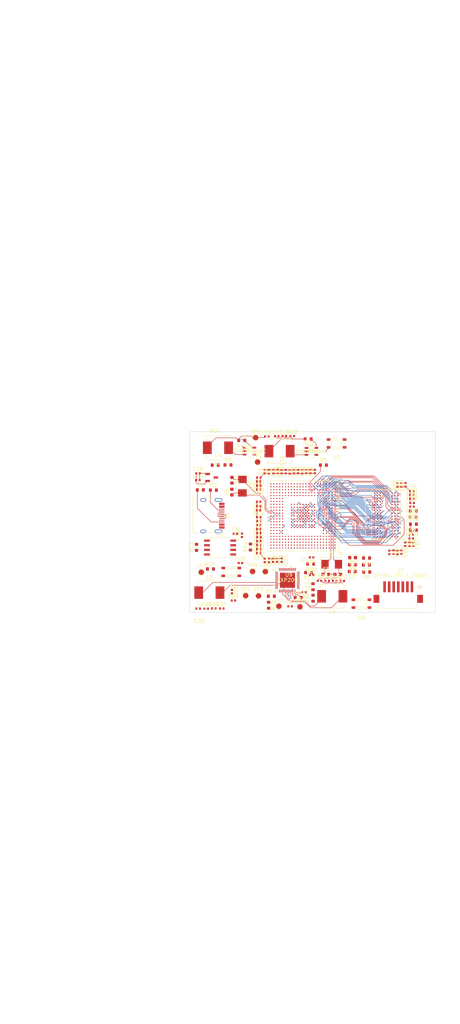
<source format=kicad_pcb>
(kicad_pcb (version 20211014) (generator pcbnew)
  (layers (0 "F.Cu" signal) (1 "In1.Cu" signal) (2 "In2.Cu" signal) (31 "B.Cu" signal) (34 "B.Paste" user) (35 "F.Paste" user) (36 "B.SilkS" user "B.Silkscreen") (37 "F.SilkS" user "F.Silkscreen") (38 "B.Mask" user) (39 "F.Mask" user) (44 "Edge.Cuts" user))
  (net 0 "")
  (net 7 "Net-(U1-PadF1)")
  (net 24 "Net-(U1-PadF2)")
  (net 48 "+3V3")
  (net 74 "Net-(U1-PadN22)")
  (net 104 "Net-(U1-PadN23)")
  (net 118 "+2V5")
  (net 119 "Net-(C72-Pad2)")
  (net 141 "Net-(C73-Pad2)")
  (net 159 "/CPU_VREF")
  (net 160 "Net-(C83-Pad2)")
  (net 163 "Net-(C84-Pad2)")
  (net 170 "/IPSOUT")
  (net 177 "Net-(C86-Pad1)")
  (net 178 "/VINT")
  (net 179 "Net-(D1-Pad1)")
  (net 204 "Net-(U1-PadD5)")
  (net 210 "Net-(D2-Pad1)")
  (net 211 "Net-(U1-PadE5)")
  (net 215 "Net-(D3-Pad1)")
  (net 216 "Net-(U1-PadD6)")
  (net 217 "+5V")
  (net 218 "Net-(J1-PadA5)")
  (net 240 "/DM0")
  (net 258 "/DP0")
  (net 280 "Net-(R1-Pad1)")
  (net 281 "GND")
  (net 282 "Net-(R2-Pad1)")
  (net 283 "/DDR_CLK")
  (net 284 "/DDR_CLKN")
  (net 285 "Net-(R5-Pad1)")
  (net 286 "/DDR_DQ8")
  (net 287 "/DDR_SDQS1_N")
  (net 288 "/DDR_A8")
  (net 289 "/DDR_CS1")
  (net 290 "/DDR_ODT0")
  (net 291 "/DDR_RST")
  (net 292 "/DDR_SDQS1")
  (net 293 "/DDR_DQ11")
  (net 294 "/DDR_DQ14")
  (net 295 "/DDR_DQ6")
  (net 296 "/DDR_DQ3")
  (net 297 "/DDR_SDQS0")
  (net 298 "/DDR_DQ4")
  (net 299 "/DDR_DQ5")
  (net 300 "/DDR_DQ9")
  (net 301 "/DDR_DQ12")
  (net 302 "/DDR_DQ7")
  (net 303 "/DDR_DQ1")
  (net 304 "/DDR_SDQS0_N")
  (net 305 "/DDR_SDQM0")
  (net 306 "/DDR_DQ2")
  (net 307 "/DDR_ODT1")
  (net 308 "/DDR_CKE1")
  (net 309 "/DDR_BA0")
  (net 310 "/DDR_BA2")
  (net 311 "/DDR_A10")
  (net 312 "/DDR_BA1")
  (net 313 "/DDR_A7")
  (net 314 "/DDR_A3")
  (net 315 "/DDR_CKE0")
  (net 316 "/DDR_A5")
  (net 317 "/DDR_A12")
  (net 318 "/DDR_A9")
  (net 319 "/DDR_A14")
  (net 320 "/DDR_A1")
  (net 321 "/DDR_NWE")
  (net 322 "/DDR_NRAS")
  (net 323 "/DDR_NCAS")
  (net 324 "/DDR_A2")
  (net 325 "/DDR_CS0")
  (net 326 "/DDR_A6")
  (net 327 "/DDR_SDQM1")
  (net 328 "/DDR_DQ13")
  (net 329 "/DDR_A11")
  (net 330 "/DDR_A0")
  (net 331 "/DDR_DQ10")
  (net 332 "/DDR_DQ15")
  (net 333 "/DDR_A13")
  (net 334 "/DDR_A4")
  (net 335 "+1V5")
  (net 336 "/DDR_DQ0")
  (net 337 "/DDR_VREF")
  (net 339 "Net-(J1-PadB5)")
  (net 344 "/UART_TX")
  (net 345 "/UART_RX")
  (net 346 "Net-(L1-Pad1)")
  (net 347 "Net-(L2-Pad1)")
  (net 348 "/1v2_CPU")
  (net 349 "Net-(L3-Pad2)")
  (net 350 "/1v2_INT")
  (net 351 "Net-(L4-Pad2)")
  (net 352 "Net-(R13-Pad1)")
  (net 353 "Net-(R14-Pad1)")
  (net 354 "Net-(R19-Pad2)")
  (net 355 "Net-(R21-Pad2)")
  (net 356 "Net-(R22-Pad1)")
  (net 357 "Net-(R23-Pad1)")
  (net 358 "Net-(R24-Pad1)")
  (net 359 "/VDD_RTC")
  (net 360 "+3V0")
  (net 361 "+2V8")
  (net 362 "/2v8_2")
  (net 363 "/RESET_N")
  (net 364 "/NMI_N")
  (net 365 "/PC23")
  (net 366 "/PC2")
  (net 367 "/PC1")
  (net 368 "/PC0")
  (net 370 "Net-(U1-PadW8)")
  (net 371 "/EXTEN")
  (net 372 "Net-(U8-Pad3)")
  (net 373 "/TWI0_SDA")
  (net 374 "/TWI0_SCK")
  (footprint "jlywxy:SW_SPST_SWD_4x3x2" (layer "F.Cu") (at 51.858672 10.707116)
    (fp_text reference "U3")
    (fp_text value "SW_SMD_SPST_4x3x2")
  )
  (footprint "Resistor_SMD:R_0603_1608Metric" (layer "F.Cu") (at 41.332912 53.05552)
    (fp_text reference "R21")
    (fp_text value "200k")
  )
  (footprint "Capacitor_SMD:C_0402_1005Metric" (layer "F.Cu") (at 13.765784 20.78736)
    (fp_text reference "C15")
    (fp_text value "100nF")
  )
  (footprint "Resistor_SMD:R_0603_1608Metric" (layer "F.Cu") (at 44.185832 46.175168 180)
    (fp_text reference "R17")
    (fp_text value "2.2k")
  )
  (footprint "Capacitor_SMD:C_0402_1005Metric" (layer "F.Cu") (at 67.5132 40.553072 -90)
    (fp_text reference "C67")
    (fp_text value "100nF")
  )
  (footprint "Inductor_SMD:L_Vishay_IHLP-2525" (layer "F.Cu") (at 50.677064 52.673504 180)
    (fp_text reference "L4")
    (fp_text value "2.2uH")
  )
  (footprint "Capacitor_SMD:C_0402_1005Metric" (layer "F.Cu") (at 30.5054 34.205672 180)
    (fp_text reference "C14")
    (fp_text value "100nF")
  )
  (footprint "Capacitor_SMD:C_0402_1005Metric" (layer "F.Cu") (at 69.657976 22.105112 90)
    (fp_text reference "C54")
    (fp_text value "100nF")
  )
  (footprint "Capacitor_SMD:C_0402_1005Metric" (layer "F.Cu") (at 18.140232 55.995824)
    (fp_text reference "C32")
    (fp_text value "100nF")
  )
  (footprint "Resistor_SMD:R_0603_1608Metric" (layer "F.Cu") (at 44.738536 43.793664 180)
    (fp_text reference "R18")
    (fp_text value "2.2k")
  )
  (footprint "Capacitor_SMD:C_0402_1005Metric" (layer "F.Cu") (at 35.543744 42.746168 -90)
    (fp_text reference "C29")
    (fp_text value "100nF")
  )
  (footprint "Capacitor_SMD:C_0402_1005Metric" (layer "F.Cu") (at 37.5158 8.675624)
    (fp_text reference "C73")
    (fp_text value "33pF")
  )
  (footprint "jlywxy:SY8089AAAC" (layer "F.Cu") (at 44.949872 12.89304)
    (fp_text reference "U6")
    (fp_text value "SY8089AAAC")
  )
  (footprint "Resistor_SMD:R_0603_1608Metric" (layer "F.Cu") (at 22.035516 16.618752)
    (fp_text reference "R9")
    (fp_text value "13k")
  )
  (footprint "Capacitor_SMD:C_0402_1005Metric" (layer "F.Cu") (at 71.90232 38.410896 -90)
    (fp_text reference "C69")
    (fp_text value "100nF")
  )
  (footprint "jlywxy:SY8089AAAC" (layer "F.Cu") (at 27.948128 12.814808)
    (fp_text reference "U5")
    (fp_text value "SY8089AAAC")
  )
  (footprint "Capacitor_SMD:C_0402_1005Metric" (layer "F.Cu") (at 30.456632 26.707592 180)
    (fp_text reference "C21")
    (fp_text value "100nF")
  )
  (footprint "Capacitor_SMD:C_0402_1005Metric" (layer "F.Cu") (at 30.456632 27.90952 180)
    (fp_text reference "C17")
    (fp_text value "100nF")
  )
  (footprint "Resistor_SMD:R_0603_1608Metric" (layer "F.Cu") (at 17.235416 45.17644)
    (fp_text reference "R24")
    (fp_text value "2.2k")
  )
  (footprint "Capacitor_SMD:C_0402_1005Metric" (layer "F.Cu") (at 23.127208 51.384648 -90)
    (fp_text reference "C85")
    (fp_text value "1uF")
  )
  (footprint "Capacitor_SMD:C_0402_1005Metric" (layer "F.Cu") (at 72.579992 28.044648 180)
    (fp_text reference "C75")
    (fp_text value "100nF")
  )
  (footprint "Capacitor_SMD:C_0402_1005Metric" (layer "F.Cu") (at 72.368216 36.84016 180)
    (fp_text reference "C74")
    (fp_text value "100nF")
  )
  (footprint "Capacitor_SMD:C_0402_1005Metric" (layer "F.Cu") (at 68.558664 22.127464 90)
    (fp_text reference "C64")
    (fp_text value "100nF")
  )
  (footprint "Package_TO_SOT_SMD:SOT-23-3" (layer "F.Cu") (at 17.573752 20.054824)
    (fp_text reference "U4")
    (fp_text value "XC6206PxxxMR")
  )
  (footprint "Resistor_SMD:R_0603_1608Metric" (layer "F.Cu") (at 72.935592 34.476944 180)
    (fp_text reference "R15")
    (fp_text value "2.2k")
  )
  (footprint "Capacitor_SMD:C_0603_1608Metric" (layer "F.Cu") (at 23.10892 24.068024 90)
    (fp_text reference "C5")
    (fp_text value "22pF")
  )
  (footprint "Resistor_SMD:R_0603_1608Metric" (layer "F.Cu") (at 14.444472 23.478744)
    (fp_text reference "R4")
    (fp_text value "5.1k")
  )
  (footprint "Capacitor_SMD:C_0402_1005Metric" (layer "F.Cu") (at 36.755832 42.746168 -90)
    (fp_text reference "C34")
    (fp_text value "100nF")
  )
  (footprint "Capacitor_SMD:C_0402_1005Metric" (layer "F.Cu") (at 40.16756 18.46072 90)
    (fp_text reference "C56")
    (fp_text value "100nF")
  )
  (footprint "Connector_USB:USB_C_Receptacle_HRO_TYPE-C-31-M-12" (layer "F.Cu") (at 16.300704 30.532832 -90)
    (fp_text reference "J1")
    (fp_text value "USB_C_Receptacle_USB2.0")
  )
  (footprint "Capacitor_SMD:C_0402_1005Metric" (layer "F.Cu") (at 72.530208 25.917144)
    (fp_text reference "C68")
    (fp_text value "100nF")
  )
  (footprint "Crystal:Crystal_SMD_5032-2Pin_5.0x3.2mm" (layer "F.Cu") (at 25.986232 22.447504 -90)
    (fp_text reference "Y2")
    (fp_text value "24MHz")
  )
  (footprint "jlywxy:SW_SPST_SWD_4x3x2" (layer "F.Cu") (at 22.950424 45.979588)
    (fp_text reference "U10")
    (fp_text value "SW_SMD_SPST_4x3x2")
  )
  (footprint "jlywxy:K4B8G1646B-MCK0" (layer "F.Cu") (at 65.49156 30.303528)
    (fp_text reference "U2" hide)
    (fp_text value "K4B8G1646B-MCK0" hide)
  )
  (footprint "TestPoint:TestPoint_Pad_D1.5mm" (layer "F.Cu") (at 32.299656 45.899832)
    (fp_text reference "TP6")
    (fp_text value "TestPoint")
  )
  (footprint "Capacitor_SMD:C_0402_1005Metric" (layer "F.Cu") (at 30.489712 20.068032 180)
    (fp_text reference "C10")
    (fp_text value "100nF")
  )
  (footprint "Capacitor_SMD:C_0603_1608Metric" (layer "F.Cu") (at 23.135336 20.809712 -90)
    (fp_text reference "C4")
    (fp_text value "22pF")
  )
  (footprint "Capacitor_SMD:C_0402_1005Metric" (layer "F.Cu") (at 30.492192 40.854376 180)
    (fp_text reference "C51")
    (fp_text value "100nF")
  )
  (footprint "Capacitor_SMD:C_0402_1005Metric" (layer "F.Cu") (at 37.858192 18.46072 90)
    (fp_text reference "C76")
    (fp_text value "22uF")
  )
  (footprint "Capacitor_SMD:C_0402_1005Metric" (layer "F.Cu") (at 32.132016 42.813224 -90)
    (fp_text reference "C47")
    (fp_text value "100nF")
  )
  (footprint "Capacitor_SMD:C_0603_1608Metric" (layer "F.Cu") (at 52.192936 46.679104 180)
    (fp_text reference "C2")
    (fp_text value "33pF")
  )
  (footprint "Capacitor_SMD:C_0402_1005Metric" (layer "F.Cu") (at 39.098728 55.425848)
    (fp_text reference "C87")
    (fp_text value "1uF")
  )
  (footprint "Capacitor_SMD:C_0402_1005Metric" (layer "F.Cu") (at 51.340296 48.423532)
    (fp_text reference "C46")
    (fp_text value "100nF")
  )
  (footprint "Capacitor_SMD:C_0402_1005Metric" (layer "F.Cu") (at 41.273984 18.413536 90)
    (fp_text reference "C38")
    (fp_text value "100nF")
  )
  (footprint "Inductor_SMD:L_Vishay_IHLP-2525" (layer "F.Cu") (at 36.199064 12.830048 180)
    (fp_text reference "L2")
    (fp_text value "2.2uH")
  )
  (footprint "Capacitor_SMD:C_0402_1005Metric" (layer "F.Cu") (at 43.557952 18.396264 90)
    (fp_text reference "C60")
    (fp_text value "100nF")
  )
  (footprint "Capacitor_SMD:C_0402_1005Metric" (layer "F.Cu") (at 69.674232 40.553072 -90)
    (fp_text reference "C61")
    (fp_text value "100nF")
  )
  (footprint "TestPoint:TestPoint_Pad_D1.5mm" (layer "F.Cu") (at 14.705584 46.072552)
    (fp_text reference "TP7")
    (fp_text value "TestPoint")
  )
  (footprint "Capacitor_SMD:C_0402_1005Metric" (layer "F.Cu") (at 39.676832 8.675624)
    (fp_text reference "C78")
    (fp_text value "100nF")
  )
  (footprint "Capacitor_SMD:C_0402_1005Metric" (layer "F.Cu") (at 49.28696 48.423532)
    (fp_text reference "C45")
    (fp_text value "100nF")
  )
  (footprint "Resistor_SMD:R_0603_1608Metric" (layer "F.Cu") (at 33.204912 55.12816 -90)
    (fp_text reference "R20")
    (fp_text value "200k")
  )
  (footprint "Capacitor_SMD:C_0402_1005Metric" (layer "F.Cu") (at 42.429176 18.46072 90)
    (fp_text reference "C79")
    (fp_text value "22uF")
  )
  (footprint "Capacitor_SMD:C_0402_1005Metric" (layer "F.Cu") (at 34.384488 42.759376 -90)
    (fp_text reference "C36")
    (fp_text value "100nF")
  )
  (footprint "Capacitor_SMD:C_0402_1005Metric" (layer "F.Cu") (at 30.545024 36.431728 180)
    (fp_text reference "C19")
    (fp_text value "100nF")
  )
  (footprint "Resistor_SMD:R_0603_1608Metric" (layer "F.Cu") (at 25.812496 9.893808 180)
    (fp_text reference "R11")
    (fp_text value "16.2k")
  )
  (footprint "Resistor_SMD:R_0603_1608Metric" (layer "F.Cu") (at 60.033416 44.067984 180)
    (fp_text reference "R7")
    (fp_text value "5.1k")
  )
  (footprint "Resistor_SMD:R_0603_1608Metric" (layer "F.Cu") (at 60.090312 42.17416 180)
    (fp_text reference "R6")
    (fp_text value "5.1k")
  )
  (footprint "Capacitor_SMD:C_0402_1005Metric" (layer "F.Cu") (at 39.012368 18.510056 90)
    (fp_text reference "C39")
    (fp_text value "100nF")
  )
  (footprint "Capacitor_SMD:C_0402_1005Metric" (layer "F.Cu") (at 23.534624 53.82768)
    (fp_text reference "C83")
    (fp_text value "4.7uF")
  )
  (footprint "Resistor_SMD:R_0603_1608Metric" (layer "F.Cu") (at 60.148224 46.01972 180)
    (fp_text reference "R8")
    (fp_text value "5.1k")
  )
  (footprint "Capacitor_SMD:C_0402_1005Metric" (layer "F.Cu") (at 33.30448 42.83964 -90)
    (fp_text reference "C35")
    (fp_text value "100nF")
  )
  (footprint "Capacitor_SMD:C_0402_1005Metric" (layer "F.Cu") (at 13.852144 56.039512)
    (fp_text reference "C30")
    (fp_text value "100nF")
  )
  (footprint "Capacitor_SMD:C_0402_1005Metric" (layer "F.Cu") (at 30.493776 30.918912 180)
    (fp_text reference "C8")
    (fp_text value "100nF")
  )
  (footprint "Capacitor_SMD:C_0402_1005Metric" (layer "F.Cu") (at 66.337688 40.628256 -90)
    (fp_text reference "C42")
    (fp_text value "100nF")
  )
  (footprint "Capacitor_SMD:C_0402_1005Metric" (layer "F.Cu") (at 30.465328 21.136864 180)
    (fp_text reference "C77")
    (fp_text value "22uF")
  )
  (footprint "Capacitor_SMD:C_0402_1005Metric" (layer "F.Cu") (at 32.71012 8.787384)
    (fp_text reference "C72")
    (fp_text value "33pF")
  )
  (footprint "Capacitor_SMD:C_0402_1005Metric" (layer "F.Cu") (at 30.489712 22.279864 180)
    (fp_text reference "C80")
    (fp_text value "22uF")
  )
  (footprint "Capacitor_SMD:C_0402_1005Metric" (layer "F.Cu") (at 32.099504 18.450112 90)
    (fp_text reference "C9")
    (fp_text value "100nF")
  )
  (footprint "Capacitor_SMD:C_0402_1005Metric" (layer "F.Cu") (at 30.492192 39.708328 180)
    (fp_text reference "C48")
    (fp_text value "100nF")
  )
  (footprint "Capacitor_SMD:C_0402_1005Metric" (layer "F.Cu") (at 24.07412 35.49396)
    (fp_text reference "C6")
    (fp_text value "100nF")
  )
  (footprint "TestPoint:TestPoint_Pad_D1.5mm" (layer "F.Cu") (at 30.167072 15.8242)
    (fp_text reference "TP2")
    (fp_text value "TestPoint")
  )
  (footprint "Capacitor_SMD:C_0402_1005Metric" (layer "F.Cu") (at 30.418024 29.071824 180)
    (fp_text reference "C13")
    (fp_text value "100nF")
  )
  (footprint "Inductor_SMD:L_Vishay_IHLP-2525" (layer "F.Cu") (at 16.919448 51.664616)
    (fp_text reference "L3")
    (fp_text value "2.2uH")
  )
  (footprint "Capacitor_SMD:C_0402_1005Metric" (layer "F.Cu") (at 34.526728 18.476976 90)
    (fp_text reference "C62")
    (fp_text value "100nF")
  )
  (footprint "Capacitor_SMD:C_0402_1005Metric" (layer "F.Cu") (at 44.662344 18.377408 90)
    (fp_text reference "C40")
    (fp_text value "100nF")
  )
  (footprint "Capacitor_SMD:C_0402_1005Metric" (layer "F.Cu") (at 30.545024 37.5158 180)
    (fp_text reference "C20")
    (fp_text value "100nF")
  )
  (footprint "Capacitor_SMD:C_0603_1608Metric" (layer "F.Cu") (at 48.919384 46.657768)
    (fp_text reference "C3")
    (fp_text value "33pF")
  )
  (footprint "Capacitor_SMD:C_0402_1005Metric" (layer "F.Cu") (at 30.545024 35.288728 180)
    (fp_text reference "C71")
    (fp_text value "22uF")
  )
  (footprint "Capacitor_SMD:C_0402_1005Metric" (layer "F.Cu") (at 36.751768 18.46072 90)
    (fp_text reference "C63")
    (fp_text value "100nF")
  )
  (footprint "Capacitor_SMD:C_0402_1005Metric" (layer "F.Cu") (at 35.693096 18.412968 90)
    (fp_text reference "C41")
    (fp_text value "100nF")
  )
  (footprint "Resistor_SMD:R_0603_1608Metric" (layer "F.Cu") (at 72.861424 31.002224)
    (fp_text reference "R1")
    (fp_text value "330R")
  )
  (footprint "Resistor_SMD:R_0603_1608Metric" (layer "F.Cu") (at 33.943544 52.652168)
    (fp_text reference "R19")
    (fp_text value "100k")
  )
  (footprint "TestPoint:TestPoint_Pad_D1.5mm" (layer "F.Cu") (at 41.801288 55.552848)
    (fp_text reference "TP8")
    (fp_text value "TestPoint")
  )
  (footprint "Package_SO:SOIC-8_5.23x5.23mm_P1.27mm" (layer "F.Cu") (at 19.870928 39.294816)
    (fp_text reference "U7")
    (fp_text value "W25Q128JVS")
  )
  (footprint "Capacitor_SMD:C_0402_1005Metric" (layer "F.Cu") (at 70.780656 22.066056 90)
    (fp_text reference "C66")
    (fp_text value "100nF")
  )
  (footprint "LED_SMD:LED_0603_1608Metric" (layer "F.Cu") (at 56.207252 44.011088 180)
    (fp_text reference "D2")
    (fp_text value "LED")
  )
  (footprint "TestPoint:TestPoint_Pad_D1.5mm" (layer "F.Cu") (at 30.430216 52.55768)
    (fp_text reference "TP3")
    (fp_text value "TestPoint")
  )
  (footprint "Capacitor_SMD:C_0402_1005Metric" (layer "F.Cu") (at 42.9006 51.528472 180)
    (fp_text reference "C84")
    (fp_text value "1uF")
  )
  (footprint "Capacitor_SMD:C_0402_1005Metric" (layer "F.Cu") (at 30.519624 38.56228 180)
    (fp_text reference "C49")
    (fp_text value "100nF")
  )
  (footprint "Capacitor_SMD:C_0402_1005Metric" (layer "F.Cu") (at 16.04772 56.084216)
    (fp_text reference "C33")
    (fp_text value "100nF")
  )
  (footprint "Capacitor_SMD:C_0402_1005Metric" (layer "F.Cu") (at 25.462992 43.539664)
    (fp_text reference "C86")
    (fp_text value "1uF")
  )
  (footprint "Capacitor_SMD:C_0402_1005Metric" (layer "F.Cu") (at 35.429952 8.713216)
    (fp_text reference "C11")
    (fp_text value "100nF")
  )
  (footprint "LED_SMD:LED_0603_1608Metric" (layer "F.Cu") (at 56.150356 45.847 180)
    (fp_text reference "D3")
    (fp_text value "LED")
  )
  (footprint "Capacitor_SMD:C_0402_1005Metric" (layer "F.Cu") (at 20.327112 56.018176)
    (fp_text reference "C31")
    (fp_text value "100nF")
  )
  (footprint "Capacitor_SMD:C_0402_1005Metric" (layer "F.Cu") (at 13.818048 18.916904)
    (fp_text reference "C18")
    (fp_text value "100nF")
  )
  (footprint "Resistor_SMD:R_0603_1608Metric" (layer "F.Cu") (at 18.029936 23.527512)
    (fp_text reference "R3")
    (fp_text value "5.1k")
  )
  (footprint "Capacitor_SMD:C_0402_1005Metric" (layer "F.Cu") (at 25.859232 35.92576 90)
    (fp_text reference "C12")
    (fp_text value "100nF")
  )
  (footprint "Resistor_SMD:R_0603_1608Metric" (layer "F.Cu") (at 72.906128 29.294328)
    (fp_text reference "R2")
    (fp_text value "330R")
  )
  (footprint "TestPoint:TestPoint_Pad_D1.5mm" (layer "F.Cu") (at 26.896568 52.494688)
    (fp_text reference "TP4")
    (fp_text value "TestPoint")
  )
  (footprint "Capacitor_SMD:C_0402_1005Metric" (layer "F.Cu") (at 47.15844 48.423532)
    (fp_text reference "C52")
    (fp_text value "100nF")
  )
  (footprint "Capacitor_SMD:C_0402_1005Metric" (layer "F.Cu") (at 72.959976 38.371272 -90)
    (fp_text reference "C65")
    (fp_text value "100nF")
  )
  (footprint "LED_SMD:LED_0603_1608Metric" (layer "F.Cu") (at 56.265164 42.059352 180)
    (fp_text reference "D1")
    (fp_text value "LED")
  )
  (footprint "Capacitor_SMD:C_0402_1005Metric" (layer "F.Cu") (at 33.293304 18.476976 90)
    (fp_text reference "C1")
    (fp_text value "100nF")
  )
  (footprint "TestPoint:TestPoint_Pad_D1.5mm" (layer "F.Cu") (at 28.790392 45.86224)
    (fp_text reference "TP9")
    (fp_text value "TestPoint")
  )
  (footprint "Capacitor_SMD:C_0402_1005Metric" (layer "F.Cu") (at 53.430208 48.461124)
    (fp_text reference "C50")
    (fp_text value "100nF")
  )
  (footprint "Inductor_SMD:L_Vishay_IHLP-2525" (layer "F.Cu") (at 19.289268 11.896384 180)
    (fp_text reference "L1")
    (fp_text value "22uH")
  )
  (footprint "Resistor_SMD:R_0603_1608Metric" (layer "F.Cu") (at 28.2194 39.150544 90)
    (fp_text reference "R14")
    (fp_text value "2.2k")
  )
  (footprint "TestPoint:TestPoint_Pad_D1.5mm" (layer "F.Cu") (at 36.015168 55.406544)
    (fp_text reference "TP1")
    (fp_text value "TestPoint")
  )
  (footprint "Capacitor_SMD:C_0402_1005Metric" (layer "F.Cu") (at 72.355456 35.796728)
    (fp_text reference "C57")
    (fp_text value "100nF")
  )
  (footprint "jlywxy:awa20" (layer "F.Cu") (at 42.645584 30.618176 180)
    (fp_text reference "U1")
    (fp_text value "AllWinner-A20")
  )
  (footprint "Crystal:Crystal_SMD_5032-2Pin_5.0x3.2mm" (layer "F.Cu") (at 50.53584 43.868848)
    (fp_text reference "Y1")
    (fp_text value "32.768kHz")
  )
  (footprint "jlywxy:AXP209" (layer "F.Cu") (at 38.38448 48.256952)
    (fp_text reference "U9")
    (fp_text value "AXP209")
  )
  (footprint "Resistor_SMD:R_0603_1608Metric" (layer "F.Cu") (at 48.240696 16.661384)
    (fp_text reference "R5")
    (fp_text value "330R")
  )
  (footprint "Capacitor_SMD:C_0402_1005Metric" (layer "F.Cu") (at 72.596248 27.06116)
    (fp_text reference "C58")
    (fp_text value "100nF")
  )
  (footprint "Resistor_SMD:R_0603_1608Metric" (layer "F.Cu") (at 18.533364 16.669552)
    (fp_text reference "R10")
    (fp_text value "1.1k")
  )
  (footprint "Capacitor_SMD:C_0402_1005Metric" (layer "F.Cu") (at 70.716648 38.386064 -90)
    (fp_text reference "C44")
    (fp_text value "100nF")
  )
  (footprint "Resistor_SMD:R_0603_1608Metric" (layer "F.Cu") (at 13.392912 39.236904 90)
    (fp_text reference "R13")
    (fp_text value "2.2k")
  )
  (footprint "TestPoint:TestPoint_Pad_D1.5mm" (layer "F.Cu") (at 29.623512 9.109456)
    (fp_text reference "TP5")
    (fp_text value "TestPoint")
  )
  (footprint "Resistor_SMD:R_0603_1608Metric" (layer "F.Cu") (at 44.050712 9.493504 180)
    (fp_text reference "R12")
    (fp_text value "4.99k")
  )
  (footprint "Capacitor_SMD:C_0402_1005Metric" (layer "F.Cu") (at 30.489712 23.397464 180)
    (fp_text reference "C70")
    (fp_text value "22uF")
  )
  (footprint "Resistor_SMD:R_0603_1608Metric" (layer "F.Cu") (at 72.951848 32.870648)
    (fp_text reference "R16")
    (fp_text value "2.2k")
  )
  (footprint "Resistor_SMD:R_0603_1608Metric" (layer "F.Cu") (at 45.408888 53.198732 90)
    (fp_text reference "R23")
    (fp_text value "2.2k")
  )
  (footprint "Capacitor_SMD:C_0402_1005Metric" (layer "F.Cu") (at 44.9966 41.998392 180)
    (fp_text reference "C81")
    (fp_text value "100nF")
  )
  (footprint "Capacitor_SMD:C_0402_1005Metric" (layer "F.Cu") (at 30.524704 32.013144 180)
    (fp_text reference "C7")
    (fp_text value "100nF")
  )
  (footprint "Resistor_SMD:R_0603_1608Metric" (layer "F.Cu") (at 45.388568 50.051164 90)
    (fp_text reference "R22")
    (fp_text value "49.9")
  )
  (footprint "Capacitor_SMD:C_0402_1005Metric" (layer "F.Cu") (at 44.979328 46.848776)
    (fp_text reference "C82")
    (fp_text value "100nF")
  )
  (footprint "Capacitor_SMD:C_0402_1005Metric" (layer "F.Cu") (at 45.909992 18.412968 90)
    (fp_text reference "C55")
    (fp_text value "100nF")
  )
  (footprint "jlywxy:DF13A-7P-1.25H21" (layer "F.Cu") (at 72.550528 50.077624)
    (fp_text reference "J2")
    (fp_text value "DF13A-7P-1.25H21")
  )
  (footprint "jlywxy:SW_SPST_SWD_4x3x2" (layer "F.Cu") (at 58.691272 54.693312)
    (fp_text reference "U8")
    (fp_text value "SW_SMD_SPST_4x3x2")
  )
  (footprint "Capacitor_SMD:C_0402_1005Metric" (layer "F.Cu") (at 72.495664 23.7998)
    (fp_text reference "C37")
    (fp_text value "100nF")
  )
  (footprint "Capacitor_SMD:C_0402_1005Metric" (layer "F.Cu") (at 72.485504 24.817832)
    (fp_text reference "C59")
    (fp_text value "100nF")
  )
  (footprint "Capacitor_SMD:C_0402_1005Metric" (layer "F.Cu") (at 30.478536 33.1216 180)
    (fp_text reference "C16")
    (fp_text value "100nF")
  )
  (footprint "Capacitor_SMD:C_0402_1005Metric" (layer "F.Cu") (at 68.573904 40.666864 -90)
    (fp_text reference "C43")
    (fp_text value "100nF")
  )
  (gr_rect (start 11.553952 7.490968) (end 79.002128 57.091072) (layer "Edge.Cuts") (width 0.1) (fill none))
  (segment (start 51.095084 35.768676) (end 51.095084 36.543044) (width 0.127) (layer "F.Cu") (net 7))
  (segment (start 52.38584 46.097008) (end 52.967936 46.679104) (width 0.127) (layer "F.Cu") (net 7))
  (segment (start 51.04892 36.589208) (end 51.04892 42.531928) (width 0.127) (layer "F.Cu") (net 7))
  (segment (start 51.04892 42.531928) (end 52.38584 43.868848) (width 0.127) (layer "F.Cu") (net 7))
  (segment (start 51.095084 36.543044) (end 51.04892 36.589208) (width 0.127) (layer "F.Cu") (net 7))
  (segment (start 51.445584 35.418176) (end 51.095084 35.768676) (width 0.127) (layer "F.Cu") (net 7))
  (segment (start 52.38584 43.868848) (end 52.38584 46.097008) (width 0.127) (layer "F.Cu") (net 7))
  (segment (start 48.68584 43.868848) (end 50.295084 42.259604) (width 0.127) (layer "F.Cu") (net 24))
  (segment (start 50.295084 42.259604) (end 50.295084 35.840452) (width 0.127) (layer "F.Cu") (net 24))
  (segment (start 50.645584 35.418176) (end 50.268048 35.795712) (width 0.127) (layer "F.Cu") (net 24))
  (segment (start 50.268048 35.795712) (end 50.250344 35.795712) (width 0.127) (layer "F.Cu") (net 24))
  (segment (start 48.68584 43.868848) (end 48.68584 46.116312) (width 0.127) (layer "F.Cu") (net 24))
  (segment (start 50.295084 35.840452) (end 50.250344 35.795712) (width 0.127) (layer "F.Cu") (net 24))
  (segment (start 48.68584 46.116312) (end 48.144384 46.657768) (width 0.127) (layer "F.Cu") (net 24))
  (segment (start 41.045584 33.018176) (end 40.674748 33.389012) (width 0.127) (layer "F.Cu") (net 48))
  (segment (start 41.845584 27.418176) (end 41.480232 27.052824) (width 0.127) (layer "F.Cu") (net 48))
  (segment (start 45.845584 33.818176) (end 45.44568 33.418272) (width 0.127) (layer "F.Cu") (net 48))
  (segment (start 39.798752 31.771344) (end 39.798752 31.78048) (width 0.127) (layer "F.Cu") (net 48))
  (segment (start 39.445584 31.418176) (end 39.798752 31.771344) (width 0.127) (layer "F.Cu") (net 48))
  (segment (start 39.797736 9.493504) (end 36.614608 9.493504) (width 0.127) (layer "F.Cu") (net 48))
  (segment (start 44.638168 33.425592) (end 45.045584 33.018176) (width 0.127) (layer "F.Cu") (net 48))
  (segment (start 37.5363 9.176124) (end 37.0358 8.675624) (width 0.127) (layer "F.Cu") (net 48))
  (segment (start 39.196832 8.675624) (end 39.196832 8.8926) (width 0.127) (layer "F.Cu") (net 48))
  (segment (start 36.497708 9.213716) (end 37.0358 8.675624) (width 0.127) (layer "F.Cu") (net 48))
  (segment (start 37.045584 33.818176) (end 37.05392 33.818176) (width 0.127) (layer "F.Cu") (net 48))
  (segment (start 39.196832 8.8926) (end 39.797736 9.493504) (width 0.127) (layer "F.Cu") (net 48))
  (segment (start 38.696332 9.176124) (end 37.5363 9.176124) (width 0.127) (layer "F.Cu") (net 48))
  (segment (start 37.05392 33.818176) (end 37.47516 33.396936) (width 0.127) (layer "F.Cu") (net 48))
  (segment (start 30.969712 23.397464) (end 30.969712 20.059904) (width 0.127) (layer "F.Cu") (net 48))
  (segment (start 32.126368 18.956976) (end 32.099504 18.930112) (width 0.127) (layer "F.Cu") (net 48))
  (segment (start 33.293304 18.956976) (end 32.126368 18.956976) (width 0.127) (layer "F.Cu") (net 48))
  (segment (start 45.045584 33.818176) (end 45.845584 33.018176) (width 0.127) (layer "F.Cu") (net 48))
  (segment (start 40.245584 31.418176) (end 40.161056 31.418176) (width 0.127) (layer "F.Cu") (net 48))
  (segment (start 44.245584 33.018176) (end 45.045584 33.818176) (width 0.127) (layer "F.Cu") (net 48))
  (segment (start 39.196832 8.675624) (end 38.696332 9.176124) (width 0.127) (layer "F.Cu") (net 48))
  (segment (start 35.450452 9.213716) (end 36.497708 9.213716) (width 0.127) (layer "F.Cu") (net 48))
  (segment (start 40.245584 33.818176) (end 40.674748 33.389012) (width 0.127) (layer "F.Cu") (net 48))
  (segment (start 45.44568 33.418272) (end 45.045584 33.018176) (width 0.127) (layer "F.Cu") (net 48))
  (segment (start 37.045584 33.018176) (end 37.0964 33.018176) (width 0.127) (layer "F.Cu") (net 48))
  (segment (start 40.161056 31.418176) (end 39.798752 31.78048) (width 0.127) (layer "F.Cu") (net 48))
  (segment (start 30.973776 30.918912) (end 30.973776 31.982216) (width 0.127) (layer "F.Cu") (net 48))
  (segment (start 30.973776 31.982216) (end 31.004704 32.013144) (width 0.127) (layer "F.Cu") (net 48))
  (segment (start 34.949952 8.713216) (end 35.450452 9.213716) (width 0.127) (layer "F.Cu") (net 48))
  (segment (start 43.225712 9.493504) (end 39.797736 9.493504) (width 0.127) (layer "F.Cu") (net 48))
  (segment (start 37.0964 33.018176) (end 37.47516 33.396936) (width 0.127) (layer "F.Cu") (net 48))
  (segment (start 30.969712 20.059904) (end 32.099504 18.930112) (width 0.127) (layer "F.Cu") (net 48))
  (segment (start 41.480232 27.052824) (end 41.480232 26.98496) (width 0.127) (layer "F.Cu") (net 48))
  (segment (start 39.785128 28.678632) (end 39.78656 28.678632) (width 0.127) (layer "F.Cu") (net 48))
  (segment (start 44.245584 33.818176) (end 44.638168 33.425592) (width 0.127) (layer "F.Cu") (net 48))
  (segment (start 36.614608 9.493504) (end 33.278064 12.830048) (width 0.127) (layer "F.Cu") (net 48))
  (segment (start 39.445584 29.018176) (end 39.785128 28.678632) (width 0.127) (layer "F.Cu") (net 48))
  (via (at 44.638168 33.425592) (size 0.4572) (drill 0.254) (layers "F.Cu" "B.Cu") (net 48))
  (via (at 39.78656 28.678632) (size 0.4572) (drill 0.254) (layers "F.Cu" "B.Cu") (net 48))
  (via (at 41.480232 26.98496) (size 0.4572) (drill 0.254) (layers "F.Cu" "B.Cu") (net 48))
  (via (at 37.47516 33.396936) (size 0.4572) (drill 0.254) (layers "F.Cu" "B.Cu") (net 48))
  (via (at 40.674748 33.389012) (size 0.4572) (drill 0.254) (layers "F.Cu" "B.Cu") (net 48))
  (via (at 45.44568 33.418272) (size 0.4572) (drill 0.254) (layers "F.Cu" "B.Cu") (net 48))
  (via (at 39.798752 31.78048) (size 0.4572) (drill 0.254) (layers "F.Cu" "B.Cu") (net 48))
  (segment (start 29.669368 24.374856) (end 25.986232 20.69172) (width 0.127) (layer "F.Cu") (net 74))
  (segment (start 30.80004 24.374856) (end 29.669368 24.374856) (width 0.127) (layer "F.Cu") (net 74))
  (segment (start 32.48152 26.056336) (end 30.80004 24.374856) (width 0.127) (layer "F.Cu") (net 74))
  (segment (start 23.698128 20.597504) (end 25.986232 20.597504) (width 0.127) (layer "F.Cu") (net 74))
  (segment (start 25.986232 20.69172) (end 25.986232 20.597504) (width 0.127) (layer "F.Cu") (net 74))
  (segment (start 23.135336 20.034712) (end 23.698128 20.597504) (width 0.127) (layer "F.Cu") (net 74))
  (segment (start 34.196084 29.368676) (end 33.23354 29.368676) (width 0.127) (layer "F.Cu") (net 74))
  (segment (start 32.48152 28.616656) (end 32.48152 26.056336) (width 0.127) (layer "F.Cu") (net 74))
  (segment (start 33.23354 29.368676) (end 32.48152 28.616656) (width 0.127) (layer "F.Cu") (net 74))
  (segment (start 34.645584 29.818176) (end 34.196084 29.368676) (width 0.127) (layer "F.Cu") (net 74))
  (segment (start 23.65444 24.297504) (end 25.986232 24.297504) (width 0.127) (layer "F.Cu") (net 104))
  (segment (start 33.845584 29.818176) (end 33.1852 29.818176) (width 0.127) (layer "F.Cu") (net 104))
  (segment (start 33.1852 29.818176) (end 32.182816 28.815792) (width 0.127) (layer "F.Cu") (net 104))
  (segment (start 32.182816 26.454608) (end 30.618176 24.889968) (width 0.127) (layer "F.Cu") (net 104))
  (segment (start 30.618176 24.889968) (end 26.578696 24.889968) (width 0.127) (layer "F.Cu") (net 104))
  (segment (start 32.182816 28.815792) (end 32.182816 26.454608) (width 0.127) (layer "F.Cu") (net 104))
  (segment (start 23.10892 24.843024) (end 23.65444 24.297504) (width 0.127) (layer "F.Cu") (net 104))
  (segment (start 26.578696 24.889968) (end 25.986232 24.297504) (width 0.127) (layer "F.Cu") (net 104))
  (segment (start 13.338048 20.735096) (end 13.285784 20.78736) (width 0.127) (layer "F.Cu") (net 118))
  (segment (start 40.245584 29.818176) (end 40.245584 29.8072) (width 0.127) (layer "F.Cu") (net 118))
  (segment (start 30.958536 37.449312) (end 31.025024 37.5158) (width 0.127) (layer "F.Cu") (net 118))
  (segment (start 13.676376 21.845016) (end 15.59606 21.845016) (width 0.127) (layer "F.Cu") (net 118))
  (segment (start 44.68368 27.056272) (end 44.68368 26.960576) (width 0.127) (layer "F.Cu") (net 118))
  (segment (start 39.823136 29.440624) (end 39.823136 29.384752) (width 0.127) (layer "F.Cu") (net 118))
  (segment (start 45.045584 27.418176) (end 44.68368 27.056272) (width 0.127) (layer "F.Cu") (net 118))
  (segment (start 13.285784 20.78736) (end 13.285784 21.454424) (width 0.127) (layer "F.Cu") (net 118))
  (segment (start 39.445584 29.818176) (end 39.823136 29.440624) (width 0.127) (layer "F.Cu") (net 118))
  (segment (start 13.285784 21.454424) (end 13.676376 21.845016) (width 0.127) (layer "F.Cu") (net 118))
  (segment (start 30.936632 27.90952) (end 30.936632 29.033216) (width 0.127) (layer "F.Cu") (net 118))
  (segment (start 15.59606 21.845016) (end 16.436252 21.004824) (width 0.127) (layer "F.Cu") (net 118))
  (segment (start 13.338048 18.916904) (end 13.338048 20.735096) (width 0.127) (layer "F.Cu") (net 118))
  (segment (start 30.958536 33.1216) (end 30.958536 37.449312) (width 0.127) (layer "F.Cu") (net 118))
  (segment (start 40.245584 29.8072) (end 39.823136 29.384752) (width 0.127) (layer "F.Cu") (net 118))
  (segment (start 30.936632 29.033216) (end 30.898024 29.071824) (width 0.127) (layer "F.Cu") (net 118))
  (via (at 44.68368 26.960576) (size 0.4572) (drill 0.254) (layers "F.Cu" "B.Cu") (net 118))
  (via (at 39.823136 29.384752) (size 0.4572) (drill 0.254) (layers "F.Cu" "B.Cu") (net 118))
  (segment (start 28.608495 11.864807) (end 29.300678 11.864807) (width 0.127) (layer "F.Cu") (net 119))
  (segment (start 26.637496 9.893808) (end 28.608495 11.864807) (width 0.127) (layer "F.Cu") (net 119))
  (segment (start 44.875712 9.493504) (end 46.302422 10.920214) (width 0.127) (layer "F.Cu") (net 141))
  (segment (start 46.302422 10.920214) (end 46.302422 11.943039) (width 0.127) (layer "F.Cu") (net 141))
  (segment (start 49.845584 33.818176) (end 49.845584 33.681704) (width 0.127) (layer "F.Cu") (net 159))
  (segment (start 49.045584 33.818176) (end 48.713968 34.149792) (width 0.127) (layer "F.Cu") (net 159))
  (segment (start 49.396084 32.872994) (end 49.154978 32.631888) (width 0.127) (layer "F.Cu") (net 159))
  (segment (start 49.845584 33.681704) (end 49.396084 33.232204) (width 0.127) (layer "F.Cu") (net 159))
  (segment (start 48.841152 32.631888) (end 48.596084 32.876956) (width 0.127) (layer "F.Cu") (net 159))
  (segment (start 49.154978 32.631888) (end 48.841152 32.631888) (width 0.127) (layer "F.Cu") (net 159))
  (segment (start 48.596084 32.876956) (end 48.596084 34.062204) (width 0.127) (layer "F.Cu") (net 159))
  (segment (start 48.596084 34.062204) (end 48.683672 34.149792) (width 0.127) (layer "F.Cu") (net 159))
  (segment (start 48.713968 34.149792) (end 48.683672 34.149792) (width 0.127) (layer "F.Cu") (net 159))
  (segment (start 49.396084 33.232204) (end 49.396084 32.872994) (width 0.127) (layer "F.Cu") (net 159))
  (via (at 48.683672 34.149792) (size 0.4572) (drill 0.254) (layers "F.Cu" "B.Cu") (net 159))
  (segment (start 38.58448 51.818896) (end 38.72992 51.964336) (width 0.127) (layer "F.Cu") (net 160))
  (segment (start 38.58448 51.228752) (end 38.58448 51.818896) (width 0.127) (layer "F.Cu") (net 160))
  (via (at 38.72992 51.964336) (size 0.4572) (drill 0.254) (layers "F.Cu" "B.Cu") (net 160))
  (segment (start 40.584481 51.228752) (end 40.584481 51.508152) (width 0.127) (layer "F.Cu") (net 163))
  (segment (start 40.584481 51.508152) (end 40.829337 51.753008) (width 0.127) (layer "F.Cu") (net 163))
  (segment (start 42.196064 51.753008) (end 42.4206 51.528472) (width 0.127) (layer "F.Cu") (net 163))
  (segment (start 40.829337 51.753008) (end 42.196064 51.753008) (width 0.127) (layer "F.Cu") (net 163))
  (segment (start 17.204936 23.527512) (end 17.204936 26.898064) (width 0.127) (layer "F.Cu") (net 218))
  (segment (start 17.204936 26.898064) (end 19.589704 29.282832) (width 0.127) (layer "F.Cu") (net 218))
  (segment (start 19.589704 29.282832) (end 20.345704 29.282832) (width 0.127) (layer "F.Cu") (net 218))
  (segment (start 36.245584 29.818176) (end 35.88348 30.18028) (width 0.127) (layer "F.Cu") (net 240))
  (segment (start 21.430488 30.402784) (end 21.310536 30.282832) (width 0.127) (layer "F.Cu") (net 240))
  (segment (start 21.303296 31.282832) (end 21.430488 31.15564) (width 0.127) (layer "F.Cu") (net 240))
  (segment (start 21.430488 31.15564) (end 21.430488 30.402784) (width 0.127) (layer "F.Cu") (net 240))
  (segment (start 20.345704 31.282832) (end 21.303296 31.282832) (width 0.127) (layer "F.Cu") (net 240))
  (segment (start 35.88348 30.18028) (end 35.881056 30.18028) (width 0.127) (layer "F.Cu") (net 240))
  (segment (start 21.310536 30.282832) (end 20.345704 30.282832) (width 0.127) (layer "F.Cu") (net 240))
  (segment (start 20.345704 30.282832) (end 20.36086 30.267676) (width 0.127) (layer "F.Cu") (net 240))
  (via (at 35.881056 30.18028) (size 0.4572) (drill 0.254) (layers "F.Cu" "B.Cu") (net 240))
  (segment (start 19.432208 29.782832) (end 19.277584 29.937456) (width 0.127) (layer "F.Cu") (net 258))
  (segment (start 19.277584 29.937456) (end 19.277584 30.6324) (width 0.127) (layer "F.Cu") (net 258))
  (segment (start 35.066224 30.197536) (end 35.066224 30.198568) (width 0.127) (layer "F.Cu") (net 258))
  (segment (start 19.428016 30.782832) (end 20.345704 30.782832) (width 0.127) (layer "F.Cu") (net 258))
  (segment (start 35.445584 29.818176) (end 35.066224 30.197536) (width 0.127) (layer "F.Cu") (net 258))
  (segment (start 19.277584 30.6324) (end 19.428016 30.782832) (width 0.127) (layer "F.Cu") (net 258))
  (segment (start 20.345704 29.782832) (end 19.432208 29.782832) (width 0.127) (layer "F.Cu") (net 258))
  (via (at 35.066224 30.198568) (size 0.4572) (drill 0.254) (layers "F.Cu" "B.Cu") (net 258))
  (segment (start 69.708776 31.979616) (end 69.763462 31.979616) (width 0.127) (layer "F.Cu") (net 280))
  (segment (start 69.763462 31.979616) (end 69.765282 31.981436) (width 0.127) (layer "F.Cu") (net 280))
  (segment (start 69.384864 32.303528) (end 69.708776 31.979616) (width 0.127) (layer "F.Cu") (net 280))
  (segment (start 68.69156 32.303528) (end 69.384864 32.303528) (width 0.127) (layer "F.Cu") (net 280))
  (via (at 69.765282 31.981436) (size 0.4572) (drill 0.254) (layers "F.Cu" "B.Cu") (net 280))
  (segment (start 32.099504 17.970112) (end 45.872848 17.970112) (width 0.127) (layer "F.Cu") (net 281))
  (segment (start 39.769288 52.097432) (end 39.78448 52.08224) (width 0.127) (layer "F.Cu") (net 281))
  (segment (start 68.24472 36.750368) (end 68.69156 36.303528) (width 0.127) (layer "F.Cu") (net 281))
  (segment (start 68.69156 25.103528) (end 69.102224 24.692864) (width 0.127) (layer "F.Cu") (net 281))
  (segment (start 42.645584 32.218176) (end 44.245584 30.618176) (width 0.127) (layer "F.Cu") (net 281))
  (segment (start 62.29156 29.103528) (end 61.843112 29.103528) (width 0.127) (layer "F.Cu") (net 281))
  (segment (start 62.29156 36.339688) (end 61.665104 36.966144) (width 0.127) (layer "F.Cu") (net 281))
  (segment (start 63.09156 27.503528) (end 62.707312 27.11928) (width 0.127) (layer "F.Cu") (net 281))
  (segment (start 37.384479 51.228752) (end 37.384479 49.256953) (width 0.127) (layer "F.Cu") (net 281))
  (segment (start 48.245584 32.524) (end 48.245584 32.218176) (width 0.127) (layer "F.Cu") (net 281))
  (segment (start 45.872848 17.970112) (end 45.909992 17.932968) (width 0.127) (layer "F.Cu") (net 281))
  (segment (start 68.24472 36.764976) (end 68.24472 36.750368) (width 0.127) (layer "F.Cu") (net 281))
  (segment (start 68.69156 29.103528) (end 69.037639 29.103528) (width 0.127) (layer "F.Cu") (net 281))
  (segment (start 29.976632 40.818816) (end 30.012192 40.854376) (width 0.127) (layer "F.Cu") (net 281))
  (segment (start 39.78448 49.656952) (end 38.38448 48.256952) (width 0.127) (layer "F.Cu") (net 281))
  (segment (start 35.41268 49.256953) (end 37.384479 49.256953) (width 0.127) (layer "F.Cu") (net 281))
  (segment (start 49.252632 49.00676) (end 49.541176 49.00676) (width 0.127) (layer "F.Cu") (net 281))
  (segment (start 37.384479 49.256953) (end 38.38448 48.256952) (width 0.127) (layer "F.Cu") (net 281))
  (segment (start 42.645584 27.418176) (end 44.245584 29.018176) (width 0.127) (layer "F.Cu") (net 281))
  (segment (start 41.045584 32.218176) (end 44.245584 29.018176) (width 0.127) (layer "F.Cu") (net 281))
  (segment (start 16.248332 18.916904) (end 16.436252 19.104824) (width 0.127) (layer "F.Cu") (net 281))
  (segment (start 60.77204 33.820608) (end 60.813638 33.862206) (width 0.127) (layer "F.Cu") (net 281))
  (segment (start 62.323064 27.503528) (end 62.707312 27.11928) (width 0.127) (layer "F.Cu") (net 281))
  (segment (start 42.645584 29.018176) (end 44.245584 30.618176) (width 0.127) (layer "F.Cu") (net 281))
  (segment (start 63.89156 25.103528) (end 63.506096 24.718064) (width 0.127) (layer "F.Cu") (net 281))
  (segment (start 49.448336 35.015424) (end 49.40808 35.015424) (width 0.127) (layer "F.Cu") (net 281))
  (segment (start 48.245584 32.524) (end 48.114904 32.524) (width 0.127) (layer "F.Cu") (net 281))
  (segment (start 60.602384 34.703528) (end 59.839352 33.940496) (width 0.127) (layer "F.Cu") (net 281))
  (segment (start 60.813638 33.862206) (end 60.813638 33.863126) (width 0.127) (layer "F.Cu") (net 281))
  (segment (start 68.285376 33.509712) (end 68.28536 33.509712) (width 0.127) (layer "F.Cu") (net 281))
  (segment (start 53.364572 49.00676) (end 53.910208 48.461124) (width 0.127) (layer "F.Cu") (net 281))
  (segment (start 51.3966 46.657768) (end 51.417936 46.679104) (width 0.127) (layer "F.Cu") (net 281))
  (segment (start 41.045584 29.018176) (end 43.445584 31.418176) (width 0.127) (layer "F.Cu") (net 281))
  (segment (start 43.844572 27.817164) (end 43.846596 27.817164) (width 0.127) (layer "F.Cu") (net 281))
  (segment (start 67.89156 29.103528) (end 68.69156 29.103528) (width 0.127) (layer "F.Cu") (net 281))
  (segment (start 59.839352 33.940496) (end 59.839352 33.76676) (width 0.127) (layer "F.Cu") (net 281))
  (segment (start 14.245784 20.78736) (end 14.245784 18.969168) (width 0.127) (layer "F.Cu") (net 281))
  (segment (start 40.245584 29.018176) (end 43.445584 32.218176) (width 0.127) (layer "F.Cu") (net 281))
  (segment (start 43.445584 27.418176) (end 43.844572 27.817164) (width 0.127) (layer "F.Cu") (net 281))
  (segment (start 47.63844 48.423532) (end 48.221668 49.00676) (width 0.127) (layer "F.Cu") (net 281))
  (segment (start 43.445584 33.018176) (end 43.046496 32.619088) (width 0.127) (layer "F.Cu") (net 281))
  (segment (start 39.78448 52.08224) (end 39.78448 51.228752) (width 0.127) (layer "F.Cu") (net 281))
  (segment (start 41.845584 29.018176) (end 44.245584 31.418176) (width 0.127) (layer "F.Cu") (net 281))
  (segment (start 49.448336 35.015424) (end 49.845584 34.618176) (width 0.127) (layer "F.Cu") (net 281))
  (segment (start 43.046496 32.617264) (end 43.046496 32.619088) (width 0.127) (layer "F.Cu") (net 281))
  (segment (start 49.694384 46.657768) (end 51.3966 46.657768) (width 0.127) (layer "F.Cu") (net 281))
  (segment (start 63.506096 24.718064) (end 63.506096 24.70404) (width 0.127) (layer "F.Cu") (net 281))
  (segment (start 43.445584 32.218176) (end 45.045584 30.618176) (width 0.127) (layer "F.Cu") (net 281))
  (segment (start 29.976632 26.707592) (end 29.976632 40.818816) (width 0.127) (layer "F.Cu") (net 281))
  (segment (start 14.245784 18.969168) (end 14.298048 18.916904) (width 0.127) (layer "F.Cu") (net 281))
  (segment (start 14.298048 18.916904) (end 16.248332 18.916904) (width 0.127) (layer "F.Cu") (net 281))
  (segment (start 41.845584 32.218176) (end 44.245584 29.818176) (width 0.127) (layer "F.Cu") (net 281))
  (segment (start 51.454304 49.00676) (end 53.364572 49.00676) (width 0.127) (layer "F.Cu") (net 281))
  (segment (start 39.769288 52.316896) (end 39.769288 52.097432) (width 0.127) (layer "F.Cu") (net 281))
  (segment (start 62.29156 34.703528) (end 60.602384 34.703528) (width 0.127) (layer "F.Cu") (net 281))
  (segment (start 48.221668 49.00676) (end 49.252632 49.00676) (width 0.127) (layer "F.Cu") (net 281))
  (segment (start 62.000184 33.394904) (end 61.197744 33.394904) (width 0.127) (layer "F.Cu") (net 281))
  (segment (start 47.684944 32.95396) (end 47.684944 32.982408) (width 0.127) (layer "F.Cu") (net 281))
  (segment (start 41.045584 31.418176) (end 43.445584 29.018176) (width 0.127) (layer "F.Cu") (net 281))
  (segment (start 67.89156 30.703528) (end 68.26952 30.325568) (width 0.127) (layer "F.Cu") (net 281))
  (segment (start 49.541176 49.00676) (end 49.76696 48.780976) (width 0.127) (layer "F.Cu") (net 281))
  (segment (start 40.507912 53.05552) (end 39.769288 52.316896) (width 0.127) (layer "F.Cu") (net 281))
  (segment (start 69.037639 29.103528) (end 69.053595 29.087572) (width 0.127) (layer "F.Cu") (net 281))
  (segment (start 69.228855 29.262832) (end 69.638672 29.262832) (width 0.127) (layer "F.Cu") (net 281))
  (segment (start 49.252632 49.00676) (end 51.454304 49.00676) (width 0.127) (layer "F.Cu") (net 281))
  (segment (start 48.114904 32.524) (end 47.74692 32.891984) (width 0.127) (layer "F.Cu") (net 281))
  (segment (start 47.74692 32.891984) (end 47.684944 32.95396) (width 0.127) (layer "F.Cu") (net 281))
  (segment (start 43.445584 32.218176) (end 43.046496 32.617264) (width 0.127) (layer "F.Cu") (net 281))
  (segment (start 51.820296 48.423532) (end 51.820296 48.640768) (width 0.127) (layer "F.Cu") (net 281))
  (segment (start 68.282586 34.345608) (end 68.33364 34.345608) (width 0.127) (layer "F.Cu") (net 281))
  (segment (start 49.045584 34.618176) (end 49.40808 34.980672) (width 0.127) (layer "F.Cu") (net 281))
  (segment (start 43.846596 27.817164) (end 44.245584 27.418176) (width 0.127) (layer "F.Cu") (net 281))
  (segment (start 43.046496 32.619088) (end 41.045584 30.618176) (width 0.127) (layer "F.Cu") (net 281))
  (segment (start 30.009712 20.068032) (end 30.009712 23.397464) (width 0.127) (layer "F.Cu") (net 281))
  (segment (start 62.29156 26.703528) (end 62.707312 27.11928) (width 0.127) (layer "F.Cu") (net 281))
  (segment (start 69.053595 29.087572) (end 69.228855 29.262832) (width 0.127) (layer "F.Cu") (net 281))
  (segment (start 69.102224 24.692864) (end 69.203824 24.692864) (width 0.127) (layer "F.Cu") (net 281))
  (segment (start 68.69156 33.103528) (end 68.285376 33.509712) (width 0.127) (layer "F.Cu") (net 281))
  (segment (start 62.29156 33.103528) (end 62.000184 33.394904) (width 0.127) (layer "F.Cu") (net 281))
  (segment (start 49.40808 34.980672) (end 49.40808 35.015424) (width 0.127) (layer "F.Cu") (net 281))
  (segment (start 61.843112 29.103528) (end 61.525912 28.786328) (width 0.127) (layer "F.Cu") (net 281))
  (segment (start 61.525912 28.786328) (end 61.525912 28.793365) (width 0.127) (layer "F.Cu") (net 281))
  (segment (start 48.245584 33.018176) (end 48.245584 32.524) (width 0.127) (layer "F.Cu") (net 281))
  (segment (start 41.845584 29.818176) (end 43.846596 27.817164) (width 0.127) (layer "F.Cu") (net 281))
  (segment (start 68.33364 34.345608) (end 68.69156 34.703528) (width 0.127) (layer "F.Cu") (net 281))
  (segment (start 39.78448 51.228752) (end 39.78448 49.656952) (width 0.127) (layer "F.Cu") (net 281))
  (segment (start 67.89156 26.703528) (end 67.89156 27.503528) (width 0.127) (layer "F.Cu") (net 281))
  (segment (start 41.045584 29.018176) (end 41.845584 28.218176) (width 0.127) (layer "F.Cu") (net 281))
  (segment (start 61.197744 33.394904) (end 60.77204 33.820608) (width 0.127) (layer "F.Cu") (net 281))
  (segment (start 68.69156 25.103528) (end 68.69156 24.303528) (width 0.127) (layer "F.Cu") (net 281))
  (segment (start 49.76696 48.780976) (end 49.76696 48.423532) (width 0.127) (layer "F.Cu") (net 281))
  (segment (start 51.820296 48.640768) (end 51.454304 49.00676) (width 0.127) (layer "F.Cu") (net 281))
  (segment (start 68.69156 28.303528) (end 67.89156 27.503528) (width 0.127) (layer "F.Cu") (net 281))
  (segment (start 41.045584 29.818176) (end 42.645584 28.218176) (width 0.127) (layer "F.Cu") (net 281))
  (segment (start 68.26952 30.325568) (end 68.289424 30.325568) (width 0.127) (layer "F.Cu") (net 281))
  (segment (start 42.645584 28.218176) (end 45.045584 30.618176) (width 0.127) (layer "F.Cu") (net 281))
  (via (at 63.506096 24.70404) (size 0.4572) (drill 0.254) (layers "F.Cu" "B.Cu") (net 281))
  (via (at 68.24472 36.764976) (size 0.4572) (drill 0.254) (layers "F.Cu" "B.Cu") (net 281))
  (via (at 68.289424 30.325568) (size 0.4572) (drill 0.254) (layers "F.Cu" "B.Cu") (net 281))
  (via (at 59.839352 33.76676) (size 0.4572) (drill 0.254) (layers "F.Cu" "B.Cu") (net 281))
  (via (at 42.210736 30.238192) (size 0.4572) (drill 0.254) (layers "F.Cu" "B.Cu") (net 281))
  (via (at 42.222928 31.833312) (size 0.4572) (drill 0.254) (layers "F.Cu" "B.Cu") (net 281))
  (via (at 44.647104 31.005272) (size 0.4572) (drill 0.254) (layers "F.Cu" "B.Cu") (net 281))
  (via (at 50.537872 46.657768) (size 0.4572) (drill 0.254) (layers "F.Cu" "B.Cu") (net 281))
  (via (at 43.0276 27.814016) (size 0.4572) (drill 0.254) (layers "F.Cu" "B.Cu") (net 281))
  (via (at 62.707312 27.11928) (size 0.4572) (drill 0.254) (layers "F.Cu" "B.Cu") (net 281))
  (via (at 43.003216 29.396944) (size 0.4572) (drill 0.254) (layers "F.Cu" "B.Cu") (net 281))
  (via (at 68.28282 27.894788) (size 0.4572) (drill 0.254) (layers "F.Cu" "B.Cu") (net 281))
  (via (at 61.665104 36.966144) (size 0.4572) (drill 0.254) (layers "F.Cu" "B.Cu") (net 281))
  (via (at 42.23512 28.60548) (size 0.4572) (drill 0.254) (layers "F.Cu" "B.Cu") (net 281))
  (via (at 68.28536 33.509712) (size 0.4572) (drill 0.254) (layers "F.Cu" "B.Cu") (net 281))
  (via (at 43.051984 32.589216) (size 0.4572) (drill 0.254) (layers "F.Cu" "B.Cu") (net 281))
  (via (at 68.282586 34.345608) (size 0.4572) (drill 0.254) (layers "F.Cu" "B.Cu") (net 281))
  (via (at 43.051984 31.017464) (size 0.4572) (drill 0.254) (layers "F.Cu" "B.Cu") (net 281))
  (via (at 69.638672 29.262832) (size 0.4572) (drill 0.254) (layers "F.Cu" "B.Cu") (net 281))
  (via (at 60.813638 33.863126) (size 0.4572) (drill 0.254) (layers "F.Cu" "B.Cu") (net 281))
  (via (at 43.844572 27.817164) (size 0.4572) (drill 0.254) (layers "F.Cu" "B.Cu") (net 281))
  (via (at 43.831256 30.201616) (size 0.4572) (drill 0.254) (layers "F.Cu" "B.Cu") (net 281))
  (via (at 41.40708 31.041848) (size 0.4572) (drill 0.254) (layers "F.Cu" "B.Cu") (net 281))
  (via (at 69.203824 24.692864) (size 0.4572) (drill 0.254) (layers "F.Cu" "B.Cu") (net 281))
  (via (at 41.358312 29.409136) (size 0.4572) (drill 0.254) (layers "F.Cu" "B.Cu") (net 281))
  (via (at 43.806872 31.82112) (size 0.4572) (drill 0.254) (layers "F.Cu" "B.Cu") (net 281))
  (via (at 41.419272 28.60548) (size 0.4572) (drill 0.254) (layers "F.Cu" "B.Cu") (net 281))
  (via (at 61.525912 28.793365) (size 0.4572) (drill 0.254) (layers "F.Cu" "B.Cu") (net 281))
  (via (at 49.40808 35.015424) (size 0.4572) (drill 0.254) (layers "F.Cu" "B.Cu") (net 281))
  (via (at 47.684944 32.982408) (size 0.4572) (drill 0.254) (layers "F.Cu" "B.Cu") (net 281))
  (segment (start 69.303392 31.408592) (end 68.773956 31.938028) (width 0.127) (layer "F.Cu") (net 282))
  (segment (start 68.540164 31.938028) (end 68.174664 32.303528) (width 0.127) (layer "F.Cu") (net 282))
  (segment (start 68.174664 32.303528) (end 67.89156 32.303528) (width 0.127) (layer "F.Cu") (net 282))
  (segment (start 68.773956 31.938028) (end 68.540164 31.938028) (width 0.127) (layer "F.Cu") (net 282))
  (via (at 69.303392 31.408592) (size 0.4572) (drill 0.254) (layers "F.Cu" "B.Cu") (net 282))
  (segment (start 66.497431 31.378402) (end 67.115463 30.76037) (width 0.127) (layer "F.Cu") (net 283))
  (segment (start 52.096832 25.818176) (end 51.445584 25.818176) (width 0.127) (layer "F.Cu") (net 283))
  (segment (start 66.366871 31.378402) (end 66.497431 31.378402) (width 0.127) (layer "F.Cu") (net 283))
  (segment (start 52.1716 25.743408) (end 52.096832 25.818176) (width 0.127) (layer "F.Cu") (net 283))
  (via (at 52.1716 25.743408) (size 0.4572) (drill 0.254) (layers "F.Cu" "B.Cu") (net 283))
  (via (at 66.366871 31.378402) (size 0.4572) (drill 0.254) (layers "F.Cu" "B.Cu") (net 283))
  (segment (start 57.852706 27.055822) (end 61.886742 31.089858) (width 0.127) (layer "B.Cu") (net 283))
  (segment (start 54.623404 27.055822) (end 57.852706 27.055822) (width 0.127) (layer "B.Cu") (net 283))
  (segment (start 66.078327 31.089858) (end 66.366871 31.378402) (width 0.127) (layer "B.Cu") (net 283))
  (segment (start 52.1716 25.743408) (end 53.31099 25.743408) (width 0.127) (layer "B.Cu") (net 283))
  (segment (start 61.886742 31.089858) (end 66.078327 31.089858) (width 0.127) (layer "B.Cu") (net 283))
  (segment (start 53.31099 25.743408) (end 54.623404 27.055822) (width 0.127) (layer "B.Cu") (net 283))
  (segment (start 51.08956 25.4) (end 50.671384 25.818176) (width 0.127) (layer "F.Cu") (net 284))
  (segment (start 66.793495 31.882338) (end 67.115463 31.56037) (width 0.127) (layer "F.Cu") (net 284))
  (segment (start 65.842615 31.882338) (end 66.793495 31.882338) (width 0.127) (layer "F.Cu") (net 284))
  (via (at 65.842615 31.882338) (size 0.4572) (drill 0.254) (layers "F.Cu" "B.Cu") (net 284))
  (via (at 51.08956 25.4) (size 0.4572) (drill 0.254) (layers "F.Cu" "B.Cu") (net 284))
  (segment (start 61.781532 31.343858) (end 65.304135 31.343858) (width 0.127) (layer "B.Cu") (net 284))
  (segment (start 65.304135 31.343858) (end 65.842615 31.882338) (width 0.127) (layer "B.Cu") (net 284))
  (segment (start 51.08956 25.4) (end 51.476148 25.786588) (width 0.127) (layer "B.Cu") (net 284))
  (segment (start 57.747496 27.309822) (end 61.781532 31.343858) (width 0.127) (layer "B.Cu") (net 284))
  (segment (start 51.476148 26.329501) (end 51.721651 26.575004) (width 0.127) (layer "B.Cu") (net 284))
  (segment (start 54.132222 27.309822) (end 57.747496 27.309822) (width 0.127) (layer "B.Cu") (net 284))
  (segment (start 51.476148 25.786588) (end 51.476148 26.329501) (width 0.127) (layer "B.Cu") (net 284))
  (segment (start 51.721651 26.575004) (end 53.397404 26.575004) (width 0.127) (layer "B.Cu") (net 284))
  (segment (start 53.397404 26.575004) (end 54.132222 27.309822) (width 0.127) (layer "B.Cu") (net 284))
  (segment (start 45.66412 23.064216) (end 46.291624 23.064216) (width 0.127) (layer "F.Cu") (net 285))
  (segment (start 45.493432 23.46601) (end 45.493432 23.234904) (width 0.127) (layer "F.Cu") (net 285))
  (segment (start 45.493432 23.234904) (end 45.66412 23.064216) (width 0.127) (layer "F.Cu") (net 285))
  (segment (start 44.596084 23.563358) (end 44.804078 23.771352) (width 0.127) (layer "F.Cu") (net 285))
  (segment (start 45.18809 23.771352) (end 45.493432 23.46601) (width 0.127) (layer "F.Cu") (net 285))
  (segment (start 47.415696 18.473936) (end 44.596084 21.293548) (width 0.127) (layer "F.Cu") (net 285))
  (segment (start 44.804078 23.771352) (end 45.18809 23.771352) (width 0.127) (layer "F.Cu") (net 285))
  (segment (start 47.415696 16.661384) (end 47.415696 18.473936) (width 0.127) (layer "F.Cu") (net 285))
  (segment (start 44.596084 21.293548) (end 44.596084 23.563358) (width 0.127) (layer "F.Cu") (net 285))
  (segment (start 46.291624 23.064216) (end 46.645584 23.418176) (width 0.127) (layer "F.Cu") (net 285))
  (segment (start 56.099456 23.654512) (end 55.146079 23.654512) (width 0.127) (layer "F.Cu") (net 286))
  (segment (start 55.146079 23.654512) (end 54.909743 23.418176) (width 0.127) (layer "F.Cu") (net 286))
  (segment (start 67.487526 26.372864) (end 67.487526 26.388307) (width 0.127) (layer "F.Cu") (net 286))
  (segment (start 54.909743 23.418176) (end 51.445584 23.418176) (width 0.127) (layer "F.Cu") (net 286))
  (segment (start 67.487526 26.388307) (end 67.115463 26.76037) (width 0.127) (layer "F.Cu") (net 286))
  (via (at 67.487526 26.372864) (size 0.4572) (drill 0.254) (layers "F.Cu" "B.Cu") (net 286))
  (via (at 56.099456 23.654512) (size 0.4572) (drill 0.254) (layers "F.Cu" "B.Cu") (net 286))
  (segment (start 56.099456 23.654512) (end 64.06896 23.654512) (width 0.127) (layer "B.Cu") (net 286))
  (segment (start 64.06896 23.654512) (end 66.787312 26.372864) (width 0.127) (layer "B.Cu") (net 286))
  (segment (start 66.787312 26.372864) (end 67.487526 26.372864) (width 0.127) (layer "B.Cu") (net 286))
  (segment (start 51.03368 23.025608) (end 55.109872 23.025608) (width 0.127) (layer "F.Cu") (net 287))
  (segment (start 50.645584 23.418176) (end 50.996084 23.067676) (width 0.127) (layer "F.Cu") (net 287))
  (segment (start 66.672695 25.624904) (end 66.672695 25.603138) (width 0.127) (layer "F.Cu") (net 287))
  (segment (start 66.672695 25.603138) (end 67.115463 25.16037) (width 0.127) (layer "F.Cu") (net 287))
  (segment (start 55.109872 23.025608) (end 55.27294 23.188676) (width 0.127) (layer "F.Cu") (net 287))
  (segment (start 50.996084 23.067676) (end 55.15194 23.067676) (width 0.127) (layer "F.Cu") (net 287))
  (segment (start 55.15194 23.067676) (end 55.27294 23.188676) (width 0.127) (layer "F.Cu") (net 287))
  (via (at 66.672695 25.624904) (size 0.4572) (drill 0.254) (layers "F.Cu" "B.Cu") (net 287))
  (via (at 55.27294 23.188676) (size 0.4572) (drill 0.254) (layers "F.Cu" "B.Cu") (net 287))
  (segment (start 55.461127 23.242751) (end 55.715862 22.988016) (width 0.127) (layer "B.Cu") (net 287))
  (segment (start 55.715862 22.988016) (end 56.071008 22.988016) (width 0.127) (layer "B.Cu") (net 287))
  (segment (start 56.0837 22.998176) (end 64.045967 22.998176) (width 0.127) (layer "B.Cu") (net 287))
  (segment (start 55.27294 23.054564) (end 55.461127 23.242751) (width 0.127) (layer "B.Cu") (net 287))
  (segment (start 55.27294 23.188676) (end 55.27294 23.054564) (width 0.127) (layer "B.Cu") (net 287))
  (segment (start 64.045967 22.998176) (end 66.672695 25.624904) (width 0.127) (layer "B.Cu") (net 287))
  (segment (start 68.268373 35.874576) (end 67.839421 36.303528) (width 0.127) (layer "F.Cu") (net 288))
  (segment (start 48.628864 23.772868) (end 48.628864 23.339214) (width 0.127) (layer "F.Cu") (net 288))
  (segment (start 48.900402 23.067676) (end 49.495084 23.067676) (width 0.127) (layer "F.Cu") (net 288))
  (segment (start 48.628864 23.339214) (end 48.900402 23.067676) (width 0.127) (layer "F.Cu") (net 288))
  (segment (start 68.270152 35.874576) (end 68.268373 35.874576) (width 0.127) (layer "F.Cu") (net 288))
  (segment (start 49.495084 23.067676) (end 49.845584 23.418176) (width 0.127) (layer "F.Cu") (net 288))
  (via (at 68.270152 35.874576) (size 0.4572) (drill 0.254) (layers "F.Cu" "B.Cu") (net 288))
  (via (at 48.628864 23.772868) (size 0.4572) (drill 0.254) (layers "F.Cu" "B.Cu") (net 288))
  (segment (start 64.047109 32.301438) (end 61.387887 32.301438) (width 0.127) (layer "B.Cu") (net 288))
  (segment (start 68.819776 35.283648) (end 68.819776 33.219136) (width 0.127) (layer "B.Cu") (net 288))
  (segment (start 56.942229 27.85578) (end 53.33198 27.85578) (width 0.127) (layer "B.Cu") (net 288))
  (segment (start 64.557047 32.301438) (end 64.475675 32.220066) (width 0.127) (layer "B.Cu") (net 288))
  (segment (start 51.683443 27.255216) (end 50.364136 25.935909) (width 0.127) (layer "B.Cu") (net 288))
  (segment (start 68.270152 35.874576) (end 68.270152 35.833272) (width 0.127) (layer "B.Cu") (net 288))
  (segment (start 66.016212 32.301438) (end 64.557047 32.301438) (width 0.127) (layer "B.Cu") (net 288))
  (segment (start 50.364136 25.935909) (end 50.364136 24.55782) (width 0.127) (layer "B.Cu") (net 288))
  (segment (start 52.731416 27.255216) (end 51.683443 27.255216) (width 0.127) (layer "B.Cu") (net 288))
  (segment (start 64.128481 32.220066) (end 64.047109 32.301438) (width 0.127) (layer "B.Cu") (net 288))
  (segment (start 68.270152 35.833272) (end 68.819776 35.283648) (width 0.127) (layer "B.Cu") (net 288))
  (segment (start 66.132802 32.184848) (end 66.016212 32.301438) (width 0.127) (layer "B.Cu") (net 288))
  (segment (start 67.785488 32.184848) (end 66.132802 32.184848) (width 0.127) (layer "B.Cu") (net 288))
  (segment (start 68.819776 33.219136) (end 67.785488 32.184848) (width 0.127) (layer "B.Cu") (net 288))
  (segment (start 64.475675 32.220066) (end 64.128481 32.220066) (width 0.127) (layer "B.Cu") (net 288))
  (segment (start 49.579183 23.772868) (end 48.628864 23.772868) (width 0.127) (layer "B.Cu") (net 288))
  (segment (start 50.364136 24.55782) (end 49.579183 23.772868) (width 0.127) (layer "B.Cu") (net 288))
  (segment (start 53.33198 27.85578) (end 52.731416 27.255216) (width 0.127) (layer "B.Cu") (net 288))
  (segment (start 61.387887 32.301438) (end 56.942229 27.85578) (width 0.127) (layer "B.Cu") (net 288))
  (segment (start 49.445584 23.818176) (end 49.045584 23.418176) (width 0.127) (layer "F.Cu") (net 289))
  (segment (start 61.381893 31.702747) (end 62.039516 32.36037) (width 0.127) (layer "F.Cu") (net 289))
  (segment (start 62.039516 32.36037) (end 62.315463 32.36037) (width 0.127) (layer "F.Cu") (net 289))
  (segment (start 50.321039 23.818176) (end 49.445584 23.818176) (width 0.127) (layer "F.Cu") (net 289))
  (via (at 61.381893 31.702747) (size 0.4572) (drill 0.254) (layers "F.Cu" "B.Cu") (net 289))
  (via (at 50.321039 23.818176) (size 0.4572) (drill 0.254) (layers "F.Cu" "B.Cu") (net 289))
  (segment (start 53.399232 27.563822) (end 57.642286 27.563822) (width 0.127) (layer "B.Cu") (net 289))
  (segment (start 61.381893 31.702747) (end 61.381893 31.303429) (width 0.127) (layer "B.Cu") (net 289))
  (segment (start 57.642286 27.563822) (end 61.381893 31.303429) (width 0.127) (layer "B.Cu") (net 289))
  (segment (start 51.616441 26.829004) (end 52.664414 26.829004) (width 0.127) (layer "B.Cu") (net 289))
  (segment (start 50.321039 23.818176) (end 50.67046 24.167597) (width 0.127) (layer "B.Cu") (net 289))
  (segment (start 52.664414 26.829004) (end 53.399232 27.563822) (width 0.127) (layer "B.Cu") (net 289))
  (segment (start 50.67046 24.167597) (end 50.67046 25.883023) (width 0.127) (layer "B.Cu") (net 289))
  (segment (start 50.67046 25.883023) (end 51.616441 26.829004) (width 0.127) (layer "B.Cu") (net 289))
  (segment (start 59.91352 32.408368) (end 59.91352 32.198056) (width 0.127) (layer "F.Cu") (net 290))
  (segment (start 62.147121 31.392028) (end 62.315463 31.56037) (width 0.127) (layer "F.Cu") (net 290))
  (segment (start 47.896272 24.628856) (end 47.895084 24.627668) (width 0.127) (layer "F.Cu") (net 290))
  (segment (start 47.895084 23.768676) (end 48.245584 23.418176) (width 0.127) (layer "F.Cu") (net 290))
  (segment (start 47.895084 24.627668) (end 47.895084 23.768676) (width 0.127) (layer "F.Cu") (net 290))
  (segment (start 62.071015 31.392028) (end 62.147121 31.392028) (width 0.127) (layer "F.Cu") (net 290))
  (segment (start 61.559291 30.880304) (end 62.071015 31.392028) (width 0.127) (layer "F.Cu") (net 290))
  (segment (start 61.231272 30.880304) (end 61.559291 30.880304) (width 0.127) (layer "F.Cu") (net 290))
  (segment (start 59.91352 32.198056) (end 61.231272 30.880304) (width 0.127) (layer "F.Cu") (net 290))
  (via (at 59.91352 32.408368) (size 0.4572) (drill 0.254) (layers "F.Cu" "B.Cu") (net 290))
  (via (at 47.896272 24.628856) (size 0.4572) (drill 0.254) (layers "F.Cu" "B.Cu") (net 290))
  (segment (start 49.311399 25.759664) (end 49.716944 25.759664) (width 0.127) (layer "B.Cu") (net 290))
  (segment (start 49.716944 25.759664) (end 49.899316 25.577292) (width 0.127) (layer "B.Cu") (net 290))
  (segment (start 48.33316 24.191968) (end 47.896272 24.628856) (width 0.127) (layer "B.Cu") (net 290))
  (segment (start 52.494518 28.095948) (end 51.419136 28.095948) (width 0.127) (layer "B.Cu") (net 290))
  (segment (start 50.849363 27.526175) (end 50.764946 27.526175) (width 0.127) (layer "B.Cu") (net 290))
  (segment (start 51.419136 28.095948) (end 50.849363 27.526175) (width 0.127) (layer "B.Cu") (net 290))
  (segment (start 59.91352 31.95828) (end 56.57302 28.61778) (width 0.127) (layer "B.Cu") (net 290))
  (segment (start 49.899316 25.577292) (end 49.899316 24.554664) (width 0.127) (layer "B.Cu") (net 290))
  (segment (start 49.971224 27.691275) (end 49.15877 26.878821) (width 0.127) (layer "B.Cu") (net 290))
  (segment (start 48.99367 26.077393) (end 49.311399 25.759664) (width 0.127) (layer "B.Cu") (net 290))
  (segment (start 48.99367 26.424587) (end 48.99367 26.077393) (width 0.127) (layer "B.Cu") (net 290))
  (segment (start 49.15877 26.878821) (end 49.15877 26.589687) (width 0.127) (layer "B.Cu") (net 290))
  (segment (start 49.899316 24.554664) (end 49.53662 24.191968) (width 0.127) (layer "B.Cu") (net 290))
  (segment (start 56.57302 28.61778) (end 53.01635 28.61778) (width 0.127) (layer "B.Cu") (net 290))
  (segment (start 49.15877 26.589687) (end 48.99367 26.424587) (width 0.127) (layer "B.Cu") (net 290))
  (segment (start 53.01635 28.61778) (end 52.494518 28.095948) (width 0.127) (layer "B.Cu") (net 290))
  (segment (start 49.53662 24.191968) (end 48.33316 24.191968) (width 0.127) (layer "B.Cu") (net 290))
  (segment (start 59.91352 32.408368) (end 59.91352 31.95828) (width 0.127) (layer "B.Cu") (net 290))
  (segment (start 50.764946 27.526175) (end 50.599846 27.691275) (width 0.127) (layer "B.Cu") (net 290))
  (segment (start 50.599846 27.691275) (end 49.971224 27.691275) (width 0.127) (layer "B.Cu") (net 290))
  (segment (start 62.685992 36.709096) (end 63.09156 36.303528) (width 0.127) (layer "F.Cu") (net 291))
  (segment (start 47.014384 24.603456) (end 47.014384 23.849376) (width 0.127) (layer "F.Cu") (net 291))
  (segment (start 62.685992 36.892418) (end 62.685992 36.709096) (width 0.127) (layer "F.Cu") (net 291))
  (segment (start 62.604904 36.973506) (end 62.685992 36.892418) (width 0.127) (layer "F.Cu") (net 291))
  (segment (start 47.014384 23.849376) (end 47.445584 23.418176) (width 0.127) (layer "F.Cu") (net 291))
  (via (at 62.604904 36.973506) (size 0.4572) (drill 0.254) (layers "F.Cu" "B.Cu") (net 291))
  (via (at 47.014384 24.603456) (size 0.4572) (drill 0.254) (layers "F.Cu" "B.Cu") (net 291))
  (segment (start 46.661893 27.659402) (end 46.661893 25.548729) (width 0.127) (layer "B.Cu") (net 291))
  (segment (start 46.661893 25.548729) (end 47.014384 25.196238) (width 0.127) (layer "B.Cu") (net 291))
  (segment (start 47.014384 25.196238) (end 47.014384 24.603456) (width 0.127) (layer "B.Cu") (net 291))
  (segment (start 46.944788 31.226706) (end 46.944788 29.032231) (width 0.127) (layer "B.Cu") (net 291))
  (segment (start 62.604904 36.973506) (end 62.191642 37.386768) (width 0.127) (layer "B.Cu") (net 291))
  (segment (start 53.10485 37.386768) (end 46.944788 31.226706) (width 0.127) (layer "B.Cu") (net 291))
  (segment (start 62.191642 37.386768) (end 53.10485 37.386768) (width 0.127) (layer "B.Cu") (net 291))
  (segment (start 46.944788 29.032231) (end 46.961552 29.015467) (width 0.127) (layer "B.Cu") (net 291))
  (segment (start 46.961552 29.015467) (end 46.961552 27.959061) (width 0.127) (layer "B.Cu") (net 291))
  (segment (start 46.961552 27.959061) (end 46.661893 27.659402) (width 0.127) (layer "B.Cu") (net 291))
  (segment (start 55.48376 21.971008) (end 54.836592 22.618176) (width 0.127) (layer "F.Cu") (net 292))
  (segment (start 67.490794 25.585039) (end 67.115463 25.96037) (width 0.127) (layer "F.Cu") (net 292))
  (segment (start 54.836592 22.618176) (end 51.445584 22.618176) (width 0.127) (layer "F.Cu") (net 292))
  (segment (start 67.505939 25.585039) (end 67.490794 25.585039) (width 0.127) (layer "F.Cu") (net 292))
  (via (at 67.505939 25.585039) (size 0.4572) (drill 0.254) (layers "F.Cu" "B.Cu") (net 292))
  (via (at 55.48376 21.971008) (size 0.4572) (drill 0.254) (layers "F.Cu" "B.Cu") (net 292))
  (segment (start 55.48376 21.971008) (end 56.256928 22.744176) (width 0.127) (layer "B.Cu") (net 292))
  (segment (start 56.256928 22.744176) (end 64.451453 22.744176) (width 0.127) (layer "B.Cu") (net 292))
  (segment (start 64.451453 22.744176) (end 67.292316 25.585039) (width 0.127) (layer "B.Cu") (net 292))
  (segment (start 67.292316 25.585039) (end 67.505939 25.585039) (width 0.127) (layer "B.Cu") (net 292))
  (segment (start 55.312056 21.360384) (end 61.6605 21.360384) (width 0.127) (layer "F.Cu") (net 293))
  (segment (start 64.288507 25.55127) (end 64.605127 25.23465) (width 0.127) (layer "F.Cu") (net 293))
  (segment (start 55.083498 21.588942) (end 55.312056 21.360384) (width 0.127) (layer "F.Cu") (net 293))
  (segment (start 53.991214 21.588942) (end 55.083498 21.588942) (width 0.127) (layer "F.Cu") (net 293))
  (segment (start 64.605127 25.23465) (end 64.605127 24.30501) (width 0.127) (layer "F.Cu") (net 293))
  (segment (start 63.524563 25.55127) (end 64.288507 25.55127) (width 0.127) (layer "F.Cu") (net 293))
  (segment (start 53.411479 22.168676) (end 53.991214 21.588942) (width 0.127) (layer "F.Cu") (net 293))
  (segment (start 63.115463 25.96037) (end 63.524563 25.55127) (width 0.127) (layer "F.Cu") (net 293))
  (segment (start 53.411479 22.168676) (end 51.095084 22.168676) (width 0.127) (layer "F.Cu") (net 293))
  (segment (start 51.095084 22.168676) (end 50.645584 22.618176) (width 0.127) (layer "F.Cu") (net 293))
  (segment (start 61.6605 21.360384) (end 64.605127 24.30501) (width 0.127) (layer "F.Cu") (net 293))
  (segment (start 51.06924 20.569936) (end 50.197512 21.441664) (width 0.127) (layer "F.Cu") (net 294))
  (segment (start 67.515463 24.76037) (end 67.915463 25.16037) (width 0.127) (layer "F.Cu") (net 294))
  (segment (start 50.197512 22.266248) (end 49.845584 22.618176) (width 0.127) (layer "F.Cu") (net 294))
  (segment (start 67.500928 24.76037) (end 67.515463 24.76037) (width 0.127) (layer "F.Cu") (net 294))
  (segment (start 50.197512 21.441664) (end 50.197512 22.266248) (width 0.127) (layer "F.Cu") (net 294))
  (via (at 67.500928 24.76037) (size 0.4572) (drill 0.254) (layers "F.Cu" "B.Cu") (net 294))
  (via (at 51.06924 20.569936) (size 0.4572) (drill 0.254) (layers "F.Cu" "B.Cu") (net 294))
  (segment (start 52.250394 20.569936) (end 53.232366 21.551908) (width 0.127) (layer "B.Cu") (net 294))
  (segment (start 53.232366 21.551908) (end 55.657357 21.551908) (width 0.127) (layer "B.Cu") (net 294))
  (segment (start 65.230734 22.490176) (end 67.500928 24.76037) (width 0.127) (layer "B.Cu") (net 294))
  (segment (start 51.06924 20.569936) (end 52.250394 20.569936) (width 0.127) (layer "B.Cu") (net 294))
  (segment (start 56.595625 22.490176) (end 65.230734 22.490176) (width 0.127) (layer "B.Cu") (net 294))
  (segment (start 55.657357 21.551908) (end 56.595625 22.490176) (width 0.127) (layer "B.Cu") (net 294))
  (segment (start 49.740707 20.142595) (end 48.695084 21.188218) (width 0.127) (layer "F.Cu") (net 295))
  (segment (start 60.940696 27.46956) (end 62.209164 28.738028) (width 0.127) (layer "F.Cu") (net 295))
  (segment (start 48.695084 22.267676) (end 49.045584 22.618176) (width 0.127) (layer "F.Cu") (net 295))
  (segment (start 62.209164 28.738028) (end 62.693121 28.738028) (width 0.127) (layer "F.Cu") (net 295))
  (segment (start 60.940696 27.151584) (end 60.940696 27.46956) (width 0.127) (layer "F.Cu") (net 295))
  (segment (start 62.693121 28.738028) (end 63.115463 29.16037) (width 0.127) (layer "F.Cu") (net 295))
  (segment (start 48.695084 21.188218) (end 48.695084 22.267676) (width 0.127) (layer "F.Cu") (net 295))
  (via (at 60.940696 27.151584) (size 0.4572) (drill 0.254) (layers "F.Cu" "B.Cu") (net 295))
  (via (at 49.740707 20.142595) (size 0.4572) (drill 0.254) (layers "F.Cu" "B.Cu") (net 295))
  (segment (start 52.20863 21.246592) (end 50.793989 21.246592) (width 0.127) (layer "B.Cu") (net 295))
  (segment (start 50.793989 21.246592) (end 49.740707 20.19331) (width 0.127) (layer "B.Cu") (net 295))
  (segment (start 54.799484 24.114814) (end 54.799484 23.837446) (width 0.127) (layer "B.Cu") (net 295))
  (segment (start 60.897655 27.151584) (end 60.3758 26.629729) (width 0.127) (layer "B.Cu") (net 295))
  (segment (start 58.589175 25.277822) (end 56.071859 25.277822) (width 0.127) (layer "B.Cu") (net 295))
  (segment (start 54.992377 24.307707) (end 54.799484 24.114814) (width 0.127) (layer "B.Cu") (net 295))
  (segment (start 60.3758 26.629729) (end 60.3758 26.124408) (width 0.127) (layer "B.Cu") (net 295))
  (segment (start 49.740707 20.19331) (end 49.740707 20.142595) (width 0.127) (layer "B.Cu") (net 295))
  (segment (start 54.799484 23.837446) (end 52.20863 21.246592) (width 0.127) (layer "B.Cu") (net 295))
  (segment (start 56.071859 25.277822) (end 55.101744 24.307707) (width 0.127) (layer "B.Cu") (net 295))
  (segment (start 60.15736 25.905968) (end 59.217321 25.905968) (width 0.127) (layer "B.Cu") (net 295))
  (segment (start 60.940696 27.151584) (end 60.897655 27.151584) (width 0.127) (layer "B.Cu") (net 295))
  (segment (start 59.217321 25.905968) (end 58.589175 25.277822) (width 0.127) (layer "B.Cu") (net 295))
  (segment (start 55.101744 24.307707) (end 54.992377 24.307707) (width 0.127) (layer "B.Cu") (net 295))
  (segment (start 60.3758 26.124408) (end 60.15736 25.905968) (width 0.127) (layer "B.Cu") (net 295))
  (segment (start 67.551614 28.36037) (end 67.915463 28.36037) (width 0.127) (layer "F.Cu") (net 296))
  (segment (start 47.932132 22.931628) (end 48.245584 22.618176) (width 0.127) (layer "F.Cu") (net 296))
  (segment (start 47.861728 22.931628) (end 47.932132 22.931628) (width 0.127) (layer "F.Cu") (net 296))
  (segment (start 67.242956 28.738028) (end 67.242956 28.669028) (width 0.127) (layer "F.Cu") (net 296))
  (segment (start 67.242956 28.669028) (end 67.551614 28.36037) (width 0.127) (layer "F.Cu") (net 296))
  (segment (start 66.630261 28.741097) (end 66.937095 28.741097) (width 0.127) (layer "F.Cu") (net 296))
  (segment (start 66.937095 28.741097) (end 66.940164 28.738028) (width 0.127) (layer "F.Cu") (net 296))
  (segment (start 66.940164 28.738028) (end 67.242956 28.738028) (width 0.127) (layer "F.Cu") (net 296))
  (via (at 66.630261 28.741097) (size 0.4572) (drill 0.254) (layers "F.Cu" "B.Cu") (net 296))
  (via (at 47.861728 22.931628) (size 0.4572) (drill 0.254) (layers "F.Cu" "B.Cu") (net 296))
  (segment (start 58.063126 26.547822) (end 54.909462 26.547822) (width 0.127) (layer "B.Cu") (net 296))
  (segment (start 54.909462 26.547822) (end 50.890424 22.528784) (width 0.127) (layer "B.Cu") (net 296))
  (segment (start 66.630261 28.741097) (end 64.7895 30.581858) (width 0.127) (layer "B.Cu") (net 296))
  (segment (start 50.890424 22.528784) (end 48.264572 22.528784) (width 0.127) (layer "B.Cu") (net 296))
  (segment (start 48.264572 22.528784) (end 47.861728 22.931628) (width 0.127) (layer "B.Cu") (net 296))
  (segment (start 62.097162 30.581858) (end 58.063126 26.547822) (width 0.127) (layer "B.Cu") (net 296))
  (segment (start 64.7895 30.581858) (end 62.097162 30.581858) (width 0.127) (layer "B.Cu") (net 296))
  (segment (start 64.296544 27.986736) (end 63.92291 28.36037) (width 0.127) (layer "F.Cu") (net 297))
  (segment (start 47.0615 22.174716) (end 47.0615 22.234092) (width 0.127) (layer "F.Cu") (net 297))
  (segment (start 47.0615 22.234092) (end 47.445584 22.618176) (width 0.127) (layer "F.Cu") (net 297))
  (via (at 47.0615 22.174716) (size 0.4572) (drill 0.254) (layers "F.Cu" "B.Cu") (net 297))
  (via (at 64.296544 27.986736) (size 0.4572) (drill 0.254) (layers "F.Cu" "B.Cu") (net 297))
  (segment (start 47.227624 22.008592) (end 47.0615 22.174716) (width 0.127) (layer "B.Cu") (net 297))
  (segment (start 64.296544 27.986736) (end 63.908515 28.374765) (width 0.127) (layer "B.Cu") (net 297))
  (segment (start 60.608489 28.374765) (end 58.273546 26.039822) (width 0.127) (layer "B.Cu") (net 297))
  (segment (start 51.336448 22.008592) (end 47.227624 22.008592) (width 0.127) (layer "B.Cu") (net 297))
  (segment (start 55.367678 26.039822) (end 51.336448 22.008592) (width 0.127) (layer "B.Cu") (net 297))
  (segment (start 58.273546 26.039822) (end 55.367678 26.039822) (width 0.127) (layer "B.Cu") (net 297))
  (segment (start 63.908515 28.374765) (end 60.608489 28.374765) (width 0.127) (layer "B.Cu") (net 297))
  (segment (start 46.45356 22.426152) (end 46.645584 22.618176) (width 0.127) (layer "F.Cu") (net 298))
  (segment (start 64.742287 29.256994) (end 64.618839 29.256994) (width 0.127) (layer "F.Cu") (net 298))
  (segment (start 64.618839 29.256994) (end 63.915463 29.96037) (width 0.127) (layer "F.Cu") (net 298))
  (segment (start 46.45356 22.296146) (end 46.45356 22.426152) (width 0.127) (layer "F.Cu") (net 298))
  (via (at 64.742287 29.256994) (size 0.4572) (drill 0.254) (layers "F.Cu" "B.Cu") (net 298))
  (via (at 46.45356 22.296146) (size 0.4572) (drill 0.254) (layers "F.Cu" "B.Cu") (net 298))
  (segment (start 46.546681 22.296146) (end 46.844351 22.593816) (width 0.127) (layer "B.Cu") (net 298))
  (segment (start 46.45356 22.296146) (end 46.546681 22.296146) (width 0.127) (layer "B.Cu") (net 298))
  (segment (start 55.246774 26.293822) (end 58.168336 26.293822) (width 0.127) (layer "B.Cu") (net 298))
  (segment (start 62.054794 30.18028) (end 63.819001 30.18028) (width 0.127) (layer "B.Cu") (net 298))
  (segment (start 63.819001 30.18028) (end 64.742287 29.256994) (width 0.127) (layer "B.Cu") (net 298))
  (segment (start 51.22164 22.268688) (end 55.246774 26.293822) (width 0.127) (layer "B.Cu") (net 298))
  (segment (start 47.235097 22.593816) (end 47.560225 22.268688) (width 0.127) (layer "B.Cu") (net 298))
  (segment (start 47.560225 22.268688) (end 51.22164 22.268688) (width 0.127) (layer "B.Cu") (net 298))
  (segment (start 46.844351 22.593816) (end 47.235097 22.593816) (width 0.127) (layer "B.Cu") (net 298))
  (segment (start 58.168336 26.293822) (end 62.054794 30.18028) (width 0.127) (layer "B.Cu") (net 298))
  (segment (start 45.484288 22.21484) (end 45.845584 22.576136) (width 0.127) (layer "F.Cu") (net 299))
  (segment (start 67.539335 29.556714) (end 67.539335 29.584242) (width 0.127) (layer "F.Cu") (net 299))
  (segment (start 67.539335 29.584242) (end 67.915463 29.96037) (width 0.127) (layer "F.Cu") (net 299))
  (via (at 67.539335 29.556714) (size 0.4572) (drill 0.254) (layers "F.Cu" "B.Cu") (net 299))
  (via (at 45.484288 22.21484) (size 0.4572) (drill 0.254) (layers "F.Cu" "B.Cu") (net 299))
  (segment (start 46.473741 23.179717) (end 46.684376 23.390352) (width 0.127) (layer "B.Cu") (net 299))
  (segment (start 47.995701 23.390352) (end 48.468141 22.917912) (width 0.127) (layer "B.Cu") (net 299))
  (segment (start 57.957916 26.801822) (end 61.991952 30.835858) (width 0.127) (layer "B.Cu") (net 299))
  (segment (start 45.484288 22.21484) (end 45.484288 22.400683) (width 0.127) (layer "B.Cu") (net 299))
  (segment (start 54.728614 26.801822) (end 57.957916 26.801822) (width 0.127) (layer "B.Cu") (net 299))
  (segment (start 46.684376 23.390352) (end 47.995701 23.390352) (width 0.127) (layer "B.Cu") (net 299))
  (segment (start 45.484288 22.400683) (end 46.263321 23.179717) (width 0.127) (layer "B.Cu") (net 299))
  (segment (start 61.991952 30.835858) (end 66.260191 30.835858) (width 0.127) (layer "B.Cu") (net 299))
  (segment (start 46.263321 23.179717) (end 46.473741 23.179717) (width 0.127) (layer "B.Cu") (net 299))
  (segment (start 66.260191 30.835858) (end 67.539335 29.556714) (width 0.127) (layer "B.Cu") (net 299))
  (segment (start 50.844704 22.917912) (end 54.728614 26.801822) (width 0.127) (layer "B.Cu") (net 299))
  (segment (start 48.468141 22.917912) (end 50.844704 22.917912) (width 0.127) (layer "B.Cu") (net 299))
  (segment (start 53.522741 21.698204) (end 54.129801 21.091144) (width 0.127) (layer "F.Cu") (net 300))
  (segment (start 64.374199 25.96037) (end 63.915463 25.96037) (width 0.127) (layer "F.Cu") (net 300))
  (segment (start 51.445584 21.818176) (end 51.697128 21.566632) (width 0.127) (layer "F.Cu") (net 300))
  (segment (start 62.018133 21.091144) (end 64.979015 24.052026) (width 0.127) (layer "F.Cu") (net 300))
  (segment (start 64.979015 25.355554) (end 64.374199 25.96037) (width 0.127) (layer "F.Cu") (net 300))
  (segment (start 53.043975 21.566632) (end 53.175547 21.698204) (width 0.127) (layer "F.Cu") (net 300))
  (segment (start 51.697128 21.566632) (end 53.043975 21.566632) (width 0.127) (layer "F.Cu") (net 300))
  (segment (start 53.175547 21.698204) (end 53.522741 21.698204) (width 0.127) (layer "F.Cu") (net 300))
  (segment (start 54.129801 21.091144) (end 62.018133 21.091144) (width 0.127) (layer "F.Cu") (net 300))
  (segment (start 64.979015 24.052026) (end 64.979015 25.355554) (width 0.127) (layer "F.Cu") (net 300))
  (segment (start 66.793591 24.005559) (end 67.09156 24.303528) (width 0.127) (layer "F.Cu") (net 301))
  (segment (start 52.962048 20.5994) (end 52.248816 21.312632) (width 0.127) (layer "F.Cu") (net 301))
  (segment (start 50.645584 21.818176) (end 51.151128 21.312632) (width 0.127) (layer "F.Cu") (net 301))
  (segment (start 51.151128 21.312632) (end 52.248816 21.312632) (width 0.127) (layer "F.Cu") (net 301))
  (segment (start 66.793591 23.34489) (end 66.793591 24.005559) (width 0.127) (layer "F.Cu") (net 301))
  (via (at 52.962048 20.5994) (size 0.4572) (drill 0.254) (layers "F.Cu" "B.Cu") (net 301))
  (via (at 66.793591 23.34489) (size 0.4572) (drill 0.254) (layers "F.Cu" "B.Cu") (net 301))
  (segment (start 53.16728 20.804632) (end 55.269291 20.804632) (width 0.127) (layer "B.Cu") (net 301))
  (segment (start 55.269291 20.804632) (end 56.700835 22.236176) (width 0.127) (layer "B.Cu") (net 301))
  (segment (start 52.962048 20.5994) (end 53.16728 20.804632) (width 0.127) (layer "B.Cu") (net 301))
  (segment (start 56.700835 22.236176) (end 65.684877 22.236176) (width 0.127) (layer "B.Cu") (net 301))
  (segment (start 65.684877 22.236176) (end 66.793591 23.34489) (width 0.127) (layer "B.Cu") (net 301))
  (segment (start 49.845584 21.818176) (end 49.845584 20.98892) (width 0.127) (layer "F.Cu") (net 302))
  (segment (start 65.409799 28.254706) (end 67.115463 29.96037) (width 0.127) (layer "F.Cu") (net 302))
  (segment (start 49.845584 20.98892) (end 50.683668 20.150836) (width 0.127) (layer "F.Cu") (net 302))
  (segment (start 65.409799 23.945346) (end 65.409799 28.254706) (width 0.127) (layer "F.Cu") (net 302))
  (segment (start 61.615288 20.150836) (end 65.409799 23.945346) (width 0.127) (layer "F.Cu") (net 302))
  (segment (start 50.683668 20.150836) (end 61.615288 20.150836) (width 0.127) (layer "F.Cu") (net 302))
  (segment (start 49.045584 21.818176) (end 49.045584 21.42971) (width 0.127) (layer "F.Cu") (net 303))
  (segment (start 49.045584 21.42971) (end 50.610462 19.864832) (width 0.127) (layer "F.Cu") (net 303))
  (segment (start 66.804255 28.36037) (end 67.115463 28.36037) (width 0.127) (layer "F.Cu") (net 303))
  (segment (start 65.809087 27.365202) (end 66.804255 28.36037) (width 0.127) (layer "F.Cu") (net 303))
  (segment (start 50.610462 19.864832) (end 61.862685 19.864832) (width 0.127) (layer "F.Cu") (net 303))
  (segment (start 65.809087 23.811234) (end 65.809087 27.365202) (width 0.127) (layer "F.Cu") (net 303))
  (segment (start 61.862685 19.864832) (end 65.809087 23.811234) (width 0.127) (layer "F.Cu") (net 303))
  (segment (start 48.179228 21.22628) (end 48.179228 21.75182) (width 0.127) (layer "F.Cu") (net 304))
  (segment (start 63.49156 27.955665) (end 63.49156 28.736467) (width 0.127) (layer "F.Cu") (net 304))
  (segment (start 63.49156 28.736467) (end 63.915463 29.16037) (width 0.127) (layer "F.Cu") (net 304))
  (segment (start 48.2214 21.184108) (end 48.179228 21.22628) (width 0.127) (layer "F.Cu") (net 304))
  (via (at 48.2214 21.184108) (size 0.4572) (drill 0.254) (layers "F.Cu" "B.Cu") (net 304))
  (via (at 63.49156 27.955665) (size 0.4572) (drill 0.254) (layers "F.Cu" "B.Cu") (net 304))
  (segment (start 60.242358 27.649424) (end 58.378755 25.785822) (width 0.127) (layer "B.Cu") (net 304))
  (segment (start 48.791884 21.754592) (end 48.2214 21.184108) (width 0.127) (layer "B.Cu") (net 304))
  (segment (start 63.185319 27.649424) (end 60.242358 27.649424) (width 0.127) (layer "B.Cu") (net 304))
  (segment (start 63.49156 27.955665) (end 63.185319 27.649424) (width 0.127) (layer "B.Cu") (net 304))
  (segment (start 52.355496 22.57552) (end 52.355496 22.48916) (width 0.127) (layer "B.Cu") (net 304))
  (segment (start 55.565798 25.785822) (end 52.355496 22.57552) (width 0.127) (layer "B.Cu") (net 304))
  (segment (start 51.620928 21.754592) (end 48.791884 21.754592) (width 0.127) (layer "B.Cu") (net 304))
  (segment (start 58.378755 25.785822) (end 55.565798 25.785822) (width 0.127) (layer "B.Cu") (net 304))
  (segment (start 52.355496 22.48916) (end 51.620928 21.754592) (width 0.127) (layer "B.Cu") (net 304))
  (segment (start 62.151229 19.610832) (end 66.228695 23.688298) (width 0.127) (layer "F.Cu") (net 305))
  (segment (start 66.228695 23.688298) (end 66.228695 26.673602) (width 0.127) (layer "F.Cu") (net 305))
  (segment (start 47.43958 21.812172) (end 47.43958 21.213572) (width 0.127) (layer "F.Cu") (net 305))
  (segment (start 49.04232 19.610832) (end 62.151229 19.610832) (width 0.127) (layer "F.Cu") (net 305))
  (segment (start 66.228695 26.673602) (end 67.115463 27.56037) (width 0.127) (layer "F.Cu") (net 305))
  (segment (start 47.43958 21.213572) (end 49.04232 19.610832) (width 0.127) (layer "F.Cu") (net 305))
  (segment (start 61.037216 26.068528) (end 61.92606 26.957372) (width 0.127) (layer "F.Cu") (net 306))
  (segment (start 61.92606 26.957372) (end 61.92606 27.654924) (width 0.127) (layer "F.Cu") (net 306))
  (segment (start 46.277784 21.385976) (end 46.277784 21.332952) (width 0.127) (layer "F.Cu") (net 306))
  (segment (start 60.37072 26.068528) (end 61.037216 26.068528) (width 0.127) (layer "F.Cu") (net 306))
  (segment (start 62.140164 27.869028) (end 62.624121 27.869028) (width 0.127) (layer "F.Cu") (net 306))
  (segment (start 62.624121 27.869028) (end 63.115463 28.36037) (width 0.127) (layer "F.Cu") (net 306))
  (segment (start 59.947048 26.4922) (end 60.37072 26.068528) (width 0.127) (layer "F.Cu") (net 306))
  (segment (start 61.92606 27.654924) (end 62.140164 27.869028) (width 0.127) (layer "F.Cu") (net 306))
  (segment (start 45.845584 21.818176) (end 46.277784 21.385976) (width 0.127) (layer "F.Cu") (net 306))
  (via (at 59.947048 26.4922) (size 0.4572) (drill 0.254) (layers "F.Cu" "B.Cu") (net 306))
  (via (at 46.277784 21.332952) (size 0.4572) (drill 0.254) (layers "F.Cu" "B.Cu") (net 306))
  (segment (start 59.947048 26.4922) (end 59.444344 26.4922) (width 0.127) (layer "B.Cu") (net 306))
  (segment (start 52.10342 21.500592) (end 49.352053 21.500592) (width 0.127) (layer "B.Cu") (net 306))
  (segment (start 47.110896 20.49984) (end 46.277784 21.332952) (width 0.127) (layer "B.Cu") (net 306))
  (segment (start 48.351301 20.49984) (end 47.110896 20.49984) (width 0.127) (layer "B.Cu") (net 306))
  (segment (start 49.352053 21.500592) (end 48.351301 20.49984) (width 0.127) (layer "B.Cu") (net 306))
  (segment (start 54.545484 23.942656) (end 52.10342 21.500592) (width 0.127) (layer "B.Cu") (net 306))
  (segment (start 59.444344 26.4922) (end 58.483966 25.531822) (width 0.127) (layer "B.Cu") (net 306))
  (segment (start 58.483966 25.531822) (end 55.966649 25.531822) (width 0.127) (layer "B.Cu") (net 306))
  (segment (start 54.996534 24.561707) (end 54.887167 24.561707) (width 0.127) (layer "B.Cu") (net 306))
  (segment (start 54.887167 24.561707) (end 54.545484 24.220024) (width 0.127) (layer "B.Cu") (net 306))
  (segment (start 55.966649 25.531822) (end 54.996534 24.561707) (width 0.127) (layer "B.Cu") (net 306))
  (segment (start 54.545484 24.220024) (end 54.545484 23.942656) (width 0.127) (layer "B.Cu") (net 306))
  (segment (start 53.225164 34.267676) (end 55.3212 32.17164) (width 0.127) (layer "F.Cu") (net 307))
  (segment (start 65.694787 34.185102) (end 64.864488 33.354803) (width 0.127) (layer "F.Cu") (net 307))
  (segment (start 56.044592 32.17164) (end 56.678576 32.805624) (width 0.127) (layer "F.Cu") (net 307))
  (segment (start 59.466738 38.154106) (end 63.357043 38.154106) (width 0.127) (layer "F.Cu") (net 307))
  (segment (start 49.845584 33.018176) (end 49.845584 33.322494) (width 0.127) (layer "F.Cu") (net 307))
  (segment (start 62.737805 30.338028) (end 62.315463 30.76037) (width 0.127) (layer "F.Cu") (net 307))
  (segment (start 50.295084 33.963358) (end 50.599402 34.267676) (width 0.127) (layer "F.Cu") (net 307))
  (segment (start 56.678576 35.365944) (end 59.466738 38.154106) (width 0.127) (layer "F.Cu") (net 307))
  (segment (start 64.25706 30.552132) (end 64.042956 30.338028) (width 0.127) (layer "F.Cu") (net 307))
  (segment (start 64.25706 30.88948) (end 64.25706 30.552132) (width 0.127) (layer "F.Cu") (net 307))
  (segment (start 55.3212 32.17164) (end 56.044592 32.17164) (width 0.127) (layer "F.Cu") (net 307))
  (segment (start 50.599402 34.267676) (end 53.225164 34.267676) (width 0.127) (layer "F.Cu") (net 307))
  (segment (start 64.042956 30.338028) (end 62.737805 30.338028) (width 0.127) (layer "F.Cu") (net 307))
  (segment (start 64.864488 33.354803) (end 64.864488 31.496908) (width 0.127) (layer "F.Cu") (net 307))
  (segment (start 63.357043 38.154106) (end 65.694787 35.816362) (width 0.127) (layer "F.Cu") (net 307))
  (segment (start 65.694787 35.816362) (end 65.694787 34.185102) (width 0.127) (layer "F.Cu") (net 307))
  (segment (start 64.864488 31.496908) (end 64.25706 30.88948) (width 0.127) (layer "F.Cu") (net 307))
  (segment (start 50.295084 33.771994) (end 50.295084 33.963358) (width 0.127) (layer "F.Cu") (net 307))
  (segment (start 56.678576 32.805624) (end 56.678576 35.365944) (width 0.127) (layer "F.Cu") (net 307))
  (segment (start 49.845584 33.322494) (end 50.295084 33.771994) (width 0.127) (layer "F.Cu") (net 307))
  (segment (start 49.990766 34.267676) (end 50.196084 34.472994) (width 0.127) (layer "F.Cu") (net 308))
  (segment (start 70.405752 31.68396) (end 69.482162 30.76037) (width 0.127) (layer "F.Cu") (net 308))
  (segment (start 70.405752 35.658529) (end 70.405752 31.68396) (width 0.127) (layer "F.Cu") (net 308))
  (segment (start 50.196084 34.472994) (end 50.196084 34.664358) (width 0.127) (layer "F.Cu") (net 308))
  (segment (start 49.045584 33.300632) (end 49.396084 33.651132) (width 0.127) (layer "F.Cu") (net 308))
  (segment (start 69.482162 30.76037) (end 68.715463 30.76037) (width 0.127) (layer "F.Cu") (net 308))
  (segment (start 49.787076 34.267676) (end 49.990766 34.267676) (width 0.127) (layer "F.Cu") (net 308))
  (segment (start 51.638188 34.968676) (end 55.331618 38.662106) (width 0.127) (layer "F.Cu") (net 308))
  (segment (start 55.331618 38.662106) (end 67.402175 38.662106) (width 0.127) (layer "F.Cu") (net 308))
  (segment (start 49.396084 33.876684) (end 49.787076 34.267676) (width 0.127) (layer "F.Cu") (net 308))
  (segment (start 49.045584 33.018176) (end 49.045584 33.300632) (width 0.127) (layer "F.Cu") (net 308))
  (segment (start 50.500402 34.968676) (end 51.638188 34.968676) (width 0.127) (layer "F.Cu") (net 308))
  (segment (start 50.196084 34.664358) (end 50.500402 34.968676) (width 0.127) (layer "F.Cu") (net 308))
  (segment (start 49.396084 33.651132) (end 49.396084 33.876684) (width 0.127) (layer "F.Cu") (net 308))
  (segment (start 67.402175 38.662106) (end 70.405752 35.658529) (width 0.127) (layer "F.Cu") (net 308))
  (segment (start 63.146623 37.646106) (end 65.105775 35.686954) (width 0.127) (layer "F.Cu") (net 309))
  (segment (start 65.105775 34.31451) (end 64.329293 33.538028) (width 0.127) (layer "F.Cu") (net 309))
  (segment (start 59.677158 37.646106) (end 63.146623 37.646106) (width 0.127) (layer "F.Cu") (net 309))
  (segment (start 54.205744 32.568676) (end 55.474508 31.299912) (width 0.127) (layer "F.Cu") (net 309))
  (segment (start 64.329293 33.538028) (end 63.493121 33.538028) (width 0.127) (layer "F.Cu") (net 309))
  (segment (start 57.602754 35.571702) (end 59.677158 37.646106) (width 0.127) (layer "F.Cu") (net 309))
  (segment (start 65.105775 35.686954) (end 65.105775 34.31451) (width 0.127) (layer "F.Cu") (net 309))
  (segment (start 56.396114 31.299912) (end 57.602754 32.506552) (width 0.127) (layer "F.Cu") (net 309))
  (segment (start 63.493121 33.538028) (end 63.115463 33.16037) (width 0.127) (layer "F.Cu") (net 309))
  (segment (start 50.401402 32.568676) (end 54.205744 32.568676) (width 0.127) (layer "F.Cu") (net 309))
  (segment (start 50.041084 32.413676) (end 50.246402 32.413676) (width 0.127) (layer "F.Cu") (net 309))
  (segment (start 57.602754 32.506552) (end 57.602754 35.571702) (width 0.127) (layer "F.Cu") (net 309))
  (segment (start 49.845584 32.218176) (end 50.041084 32.413676) (width 0.127) (layer "F.Cu") (net 309))
  (segment (start 55.474508 31.299912) (end 56.396114 31.299912) (width 0.127) (layer "F.Cu") (net 309))
  (segment (start 50.246402 32.413676) (end 50.401402 32.568676) (width 0.127) (layer "F.Cu") (net 309))
  (segment (start 53.665954 33.467676) (end 55.579718 31.553912) (width 0.127) (layer "F.Cu") (net 310))
  (segment (start 50.196084 32.872994) (end 50.196084 33.163358) (width 0.127) (layer "F.Cu") (net 310))
  (segment (start 49.68974 32.667676) (end 49.990766 32.667676) (width 0.127) (layer "F.Cu") (net 310))
  (segment (start 63.251833 37.900106) (end 65.440787 35.711152) (width 0.127) (layer "F.Cu") (net 310))
  (segment (start 65.440787 34.290312) (end 64.310845 33.16037) (width 0.127) (layer "F.Cu") (net 310))
  (segment (start 57.348754 32.611762) (end 57.348754 35.676912) (width 0.127) (layer "F.Cu") (net 310))
  (segment (start 50.196084 33.163358) (end 50.500402 33.467676) (width 0.127) (layer "F.Cu") (net 310))
  (segment (start 56.290904 31.553912) (end 57.348754 32.611762) (width 0.127) (layer "F.Cu") (net 310))
  (segment (start 59.571948 37.900106) (end 63.251833 37.900106) (width 0.127) (layer "F.Cu") (net 310))
  (segment (start 49.045584 32.218176) (end 49.24024 32.218176) (width 0.127) (layer "F.Cu") (net 310))
  (segment (start 65.440787 35.711152) (end 65.440787 34.290312) (width 0.127) (layer "F.Cu") (net 310))
  (segment (start 57.348754 35.676912) (end 59.571948 37.900106) (width 0.127) (layer "F.Cu") (net 310))
  (segment (start 49.990766 32.667676) (end 50.196084 32.872994) (width 0.127) (layer "F.Cu") (net 310))
  (segment (start 55.579718 31.553912) (end 56.290904 31.553912) (width 0.127) (layer "F.Cu") (net 310))
  (segment (start 64.310845 33.16037) (end 63.915463 33.16037) (width 0.127) (layer "F.Cu") (net 310))
  (segment (start 50.500402 33.467676) (end 53.665954 33.467676) (width 0.127) (layer "F.Cu") (net 310))
  (segment (start 49.24024 32.218176) (end 49.68974 32.667676) (width 0.127) (layer "F.Cu") (net 310))
  (segment (start 66.527872 32.303528) (end 67.09156 32.303528) (width 0.127) (layer "F.Cu") (net 311))
  (segment (start 65.962784 34.082736) (end 65.962784 32.868616) (width 0.127) (layer "F.Cu") (net 311))
  (segment (start 49.4782 31.78556) (end 49.470056 31.78556) (width 0.127) (layer "F.Cu") (net 311))
  (segment (start 66.495225 34.615177) (end 65.962784 34.082736) (width 0.127) (layer "F.Cu") (net 311))
  (segment (start 49.845584 31.418176) (end 49.4782 31.78556) (width 0.127) (layer "F.Cu") (net 311))
  (segment (start 65.962784 32.868616) (end 66.527872 32.303528) (width 0.127) (layer "F.Cu") (net 311))
  (via (at 49.470056 31.78556) (size 0.4572) (drill 0.254) (layers "F.Cu" "B.Cu") (net 311))
  (via (at 66.495225 34.615177) (size 0.4572) (drill 0.254) (layers "F.Cu" "B.Cu") (net 311))
  (segment (start 53.138832 35.454336) (end 49.470056 31.78556) (width 0.127) (layer "B.Cu") (net 311))
  (segment (start 64.876172 35.619436) (end 64.122385 35.619436) (width 0.127) (layer "B.Cu") (net 311))
  (segment (start 63.957285 35.454336) (end 53.138832 35.454336) (width 0.127) (layer "B.Cu") (net 311))
  (segment (start 64.122385 35.619436) (end 63.957285 35.454336) (width 0.127) (layer "B.Cu") (net 311))
  (segment (start 65.880431 34.615177) (end 64.876172 35.619436) (width 0.127) (layer "B.Cu") (net 311))
  (segment (start 66.495225 34.615177) (end 65.880431 34.615177) (width 0.127) (layer "B.Cu") (net 311))
  (segment (start 67.45706 33.469028) (end 67.89156 33.903528) (width 0.127) (layer "F.Cu") (net 312))
  (segment (start 66.573438 33.791465) (end 66.895875 33.469028) (width 0.127) (layer "F.Cu") (net 312))
  (segment (start 49.380256 31.083504) (end 49.388776 31.083504) (width 0.127) (layer "F.Cu") (net 312))
  (segment (start 49.045584 31.418176) (end 49.380256 31.083504) (width 0.127) (layer "F.Cu") (net 312))
  (segment (start 66.895875 33.469028) (end 67.45706 33.469028) (width 0.127) (layer "F.Cu") (net 312))
  (via (at 49.388776 31.083504) (size 0.4572) (drill 0.254) (layers "F.Cu" "B.Cu") (net 312))
  (via (at 66.573438 33.791465) (size 0.4572) (drill 0.254) (layers "F.Cu" "B.Cu") (net 312))
  (segment (start 54.591581 35.200336) (end 50.474749 31.083504) (width 0.127) (layer "B.Cu") (net 312))
  (segment (start 64.770962 35.365436) (end 64.227595 35.365436) (width 0.127) (layer "B.Cu") (net 312))
  (segment (start 66.335561 34.029342) (end 66.107056 34.029342) (width 0.127) (layer "B.Cu") (net 312))
  (segment (start 64.062495 35.200336) (end 54.591581 35.200336) (width 0.127) (layer "B.Cu") (net 312))
  (segment (start 66.573438 33.791465) (end 66.335561 34.029342) (width 0.127) (layer "B.Cu") (net 312))
  (segment (start 50.474749 31.083504) (end 49.388776 31.083504) (width 0.127) (layer "B.Cu") (net 312))
  (segment (start 66.107056 34.029342) (end 64.770962 35.365436) (width 0.127) (layer "B.Cu") (net 312))
  (segment (start 64.227595 35.365436) (end 64.062495 35.200336) (width 0.127) (layer "B.Cu") (net 312))
  (segment (start 50.599402 31.867676) (end 51.578436 31.867676) (width 0.127) (layer "F.Cu") (net 313))
  (segment (start 50.295084 31.563358) (end 50.599402 31.867676) (width 0.127) (layer "F.Cu") (net 313))
  (segment (start 59.848519 35.887152) (end 62.707936 35.887152) (width 0.127) (layer "F.Cu") (net 313))
  (segment (start 57.856754 32.401342) (end 57.856754 33.162879) (width 0.127) (layer "F.Cu") (net 313))
  (segment (start 50.295084 31.371994) (end 50.295084 31.563358) (width 0.127) (layer "F.Cu") (net 313))
  (segment (start 49.845584 30.927664) (end 49.985596 31.067676) (width 0.127) (layer "F.Cu") (net 313))
  (segment (start 52.4002 31.045912) (end 56.501324 31.045912) (width 0.127) (layer "F.Cu") (net 313))
  (segment (start 51.578436 31.867676) (end 52.4002 31.045912) (width 0.127) (layer "F.Cu") (net 313))
  (segment (start 58.440454 34.477078) (end 58.65368 34.690304) (width 0.127) (layer "F.Cu") (net 313))
  (segment (start 49.845584 30.618176) (end 49.845584 30.927664) (width 0.127) (layer "F.Cu") (net 313))
  (segment (start 58.65368 34.692313) (end 59.848519 35.887152) (width 0.127) (layer "F.Cu") (net 313))
  (segment (start 49.985596 31.067676) (end 49.990766 31.067676) (width 0.127) (layer "F.Cu") (net 313))
  (segment (start 58.65368 34.690304) (end 58.65368 34.692313) (width 0.127) (layer "F.Cu") (net 313))
  (segment (start 58.440454 33.746579) (end 58.440454 34.477078) (width 0.127) (layer "F.Cu") (net 313))
  (segment (start 62.707936 35.887152) (end 63.09156 35.503528) (width 0.127) (layer "F.Cu") (net 313))
  (segment (start 56.501324 31.045912) (end 57.856754 32.401342) (width 0.127) (layer "F.Cu") (net 313))
  (segment (start 57.856754 33.162879) (end 58.440454 33.746579) (width 0.127) (layer "F.Cu") (net 313))
  (segment (start 49.990766 31.067676) (end 50.295084 31.371994) (width 0.127) (layer "F.Cu") (net 313))
  (segment (start 60.394538 33.460378) (end 60.394538 34.036723) (width 0.127) (layer "F.Cu") (net 314))
  (segment (start 51.202556 28.667676) (end 54.841508 28.667676) (width 0.127) (layer "F.Cu") (net 314))
  (segment (start 60.657975 34.30016) (end 62.694928 34.30016) (width 0.127) (layer "F.Cu") (net 314))
  (segment (start 58.948374 32.554272) (end 59.634574 33.240472) (width 0.127) (layer "F.Cu") (net 314))
  (segment (start 48.596084 30.168676) (end 48.596084 28.971994) (width 0.127) (layer "F.Cu") (net 314))
  (segment (start 48.985966 28.582112) (end 51.116992 28.582112) (width 0.127) (layer "F.Cu") (net 314))
  (segment (start 54.841508 28.667676) (end 58.728104 32.554272) (width 0.127) (layer "F.Cu") (net 314))
  (segment (start 48.596084 28.971994) (end 48.985966 28.582112) (width 0.127) (layer "F.Cu") (net 314))
  (segment (start 59.634574 33.240472) (end 60.174632 33.240472) (width 0.127) (layer "F.Cu") (net 314))
  (segment (start 60.394538 34.036723) (end 60.657975 34.30016) (width 0.127) (layer "F.Cu") (net 314))
  (segment (start 51.116992 28.582112) (end 51.202556 28.667676) (width 0.127) (layer "F.Cu") (net 314))
  (segment (start 58.728104 32.554272) (end 58.948374 32.554272) (width 0.127) (layer "F.Cu") (net 314))
  (segment (start 49.045584 30.618176) (end 48.596084 30.168676) (width 0.127) (layer "F.Cu") (net 314))
  (segment (start 60.174632 33.240472) (end 60.394538 33.460378) (width 0.127) (layer "F.Cu") (net 314))
  (segment (start 62.694928 34.30016) (end 63.09156 33.903528) (width 0.127) (layer "F.Cu") (net 314))
  (segment (start 67.490848 32.17672) (end 67.490848 32.439864) (width 0.127) (layer "F.Cu") (net 315))
  (segment (start 68.69156 31.503528) (end 68.487497 31.503528) (width 0.127) (layer "F.Cu") (net 315))
  (segment (start 68.121997 31.869028) (end 67.79854 31.869028) (width 0.127) (layer "F.Cu") (net 315))
  (segment (start 50.549598 30.217872) (end 51.997864 30.217872) (width 0.127) (layer "F.Cu") (net 315))
  (segment (start 67.490848 32.685736) (end 67.48272 32.693864) (width 0.127) (layer "F.Cu") (net 315))
  (segment (start 67.79854 31.869028) (end 67.490848 32.17672) (width 0.127) (layer "F.Cu") (net 315))
  (segment (start 49.845584 29.818176) (end 50.149902 29.818176) (width 0.127) (layer "F.Cu") (net 315))
  (segment (start 67.490848 32.439864) (end 67.490848 32.685736) (width 0.127) (layer "F.Cu") (net 315))
  (segment (start 68.487497 31.503528) (end 68.121997 31.869028) (width 0.127) (layer "F.Cu") (net 315))
  (segment (start 50.149902 29.818176) (end 50.549598 30.217872) (width 0.127) (layer "F.Cu") (net 315))
  (segment (start 51.997864 30.217872) (end 52.023264 30.243272) (width 0.127) (layer "F.Cu") (net 315))
  (segment (start 67.490848 32.439864) (end 67.490848 32.58312) (width 0.127) (layer "F.Cu") (net 315))
  (via (at 52.023264 30.243272) (size 0.4572) (drill 0.254) (layers "F.Cu" "B.Cu") (net 315))
  (via (at 67.48272 32.693864) (size 0.4572) (drill 0.254) (layers "F.Cu" "B.Cu") (net 315))
  (segment (start 59.720451 32.961869) (end 60.763729 32.961869) (width 0.127) (layer "B.Cu") (net 315))
  (segment (start 66.121422 32.555438) (end 66.238012 32.438848) (width 0.127) (layer "B.Cu") (net 315))
  (segment (start 62.316248 33.058266) (end 64.503134 33.058266) (width 0.127) (layer "B.Cu") (net 315))
  (segment (start 52.60848 29.658056) (end 56.416638 29.658056) (width 0.127) (layer "B.Cu") (net 315))
  (segment (start 56.416638 29.658056) (end 59.720451 32.961869) (width 0.127) (layer "B.Cu") (net 315))
  (segment (start 67.227704 32.438848) (end 67.48272 32.693864) (width 0.127) (layer "B.Cu") (net 315))
  (segment (start 60.779766 32.945832) (end 62.203814 32.945832) (width 0.127) (layer "B.Cu") (net 315))
  (segment (start 66.238012 32.438848) (end 67.227704 32.438848) (width 0.127) (layer "B.Cu") (net 315))
  (segment (start 64.503134 33.058266) (end 65.005962 32.555438) (width 0.127) (layer "B.Cu") (net 315))
  (segment (start 52.023264 30.243272) (end 52.60848 29.658056) (width 0.127) (layer "B.Cu") (net 315))
  (segment (start 62.203814 32.945832) (end 62.316248 33.058266) (width 0.127) (layer "B.Cu") (net 315))
  (segment (start 65.005962 32.555438) (end 66.121422 32.555438) (width 0.127) (layer "B.Cu") (net 315))
  (segment (start 60.763729 32.961869) (end 60.779766 32.945832) (width 0.127) (layer "B.Cu") (net 315))
  (segment (start 59.420252 33.38536) (end 59.420252 33.940357) (width 0.127) (layer "F.Cu") (net 316))
  (segment (start 52.29499 30.791912) (end 56.606534 30.791912) (width 0.127) (layer "F.Cu") (net 316))
  (segment (start 59.420252 33.940357) (end 60.548923 35.069028) (width 0.127) (layer "F.Cu") (net 316))
  (segment (start 56.606534 30.791912) (end 58.622894 32.808272) (width 0.127) (layer "F.Cu") (net 316))
  (segment (start 62.72606 35.069028) (end 63.09156 34.703528) (width 0.127) (layer "F.Cu") (net 316))
  (segment (start 58.622894 32.808272) (end 58.843164 32.808272) (width 0.127) (layer "F.Cu") (net 316))
  (segment (start 52.019226 31.067676) (end 52.29499 30.791912) (width 0.127) (layer "F.Cu") (net 316))
  (segment (start 50.500402 31.067676) (end 50.790766 31.067676) (width 0.127) (layer "F.Cu") (net 316))
  (segment (start 51.300402 31.067676) (end 52.019226 31.067676) (width 0.127) (layer "F.Cu") (net 316))
  (segment (start 60.548923 35.069028) (end 62.72606 35.069028) (width 0.127) (layer "F.Cu") (net 316))
  (segment (start 50.196084 30.472994) (end 50.196084 30.763358) (width 0.127) (layer "F.Cu") (net 316))
  (segment (start 50.790766 31.067676) (end 50.906162 31.183072) (width 0.127) (layer "F.Cu") (net 316))
  (segment (start 50.906162 31.183072) (end 51.185006 31.183072) (width 0.127) (layer "F.Cu") (net 316))
  (segment (start 49.045584 29.983392) (end 49.329868 30.267676) (width 0.127) (layer "F.Cu") (net 316))
  (segment (start 51.185006 31.183072) (end 51.300402 31.067676) (width 0.127) (layer "F.Cu") (net 316))
  (segment (start 58.843164 32.808272) (end 59.420252 33.38536) (width 0.127) (layer "F.Cu") (net 316))
  (segment (start 49.329868 30.267676) (end 49.990766 30.267676) (width 0.127) (layer "F.Cu") (net 316))
  (segment (start 49.045584 29.818176) (end 49.045584 29.983392) (width 0.127) (layer "F.Cu") (net 316))
  (segment (start 50.196084 30.763358) (end 50.500402 31.067676) (width 0.127) (layer "F.Cu") (net 316))
  (segment (start 49.990766 30.267676) (end 50.196084 30.472994) (width 0.127) (layer "F.Cu") (net 316))
  (segment (start 52.269764 29.467676) (end 50.295084 29.467676) (width 0.127) (layer "F.Cu") (net 317))
  (segment (start 50.295084 29.467676) (end 50.171816 29.344408) (width 0.127) (layer "F.Cu") (net 317))
  (segment (start 67.104376 33.903528) (end 67.489832 34.288984) (width 0.127) (layer "F.Cu") (net 317))
  (segment (start 50.171816 29.344408) (end 50.218848 29.39144) (width 0.127) (layer "F.Cu") (net 317))
  (segment (start 50.218848 29.39144) (end 50.218848 29.402024) (width 0.127) (layer "F.Cu") (net 317))
  (segment (start 49.845584 29.018176) (end 50.171816 29.344408) (width 0.127) (layer "F.Cu") (net 317))
  (segment (start 53.018944 30.216856) (end 52.269764 29.467676) (width 0.127) (layer "F.Cu") (net 317))
  (via (at 53.018944 30.216856) (size 0.4572) (drill 0.254) (layers "F.Cu" "B.Cu") (net 317))
  (via (at 67.489832 34.288984) (size 0.4572) (drill 0.254) (layers "F.Cu" "B.Cu") (net 317))
  (segment (start 66.226632 32.809438) (end 66.343222 32.692848) (width 0.127) (layer "B.Cu") (net 317))
  (segment (start 66.831464 32.692848) (end 67.489832 33.351216) (width 0.127) (layer "B.Cu") (net 317))
  (segment (start 58.575448 33.222184) (end 62.120956 33.222184) (width 0.127) (layer "B.Cu") (net 317))
  (segment (start 62.211038 33.312266) (end 64.730718 33.312266) (width 0.127) (layer "B.Cu") (net 317))
  (segment (start 66.343222 32.692848) (end 66.831464 32.692848) (width 0.127) (layer "B.Cu") (net 317))
  (segment (start 53.018944 30.216856) (end 53.018944 30.640528) (width 0.127) (layer "B.Cu") (net 317))
  (segment (start 67.489832 33.351216) (end 67.489832 34.288984) (width 0.127) (layer "B.Cu") (net 317))
  (segment (start 64.730718 33.312266) (end 65.233546 32.809438) (width 0.127) (layer "B.Cu") (net 317))
  (segment (start 62.120956 33.222184) (end 62.211038 33.312266) (width 0.127) (layer "B.Cu") (net 317))
  (segment (start 65.233546 32.809438) (end 66.226632 32.809438) (width 0.127) (layer "B.Cu") (net 317))
  (segment (start 57.193688 31.840424) (end 58.575448 33.222184) (width 0.127) (layer "B.Cu") (net 317))
  (segment (start 54.21884 31.840424) (end 57.193688 31.840424) (width 0.127) (layer "B.Cu") (net 317))
  (segment (start 53.018944 30.640528) (end 54.21884 31.840424) (width 0.127) (layer "B.Cu") (net 317))
  (segment (start 64.63476 34.909648) (end 64.48544 34.909648) (width 0.127) (layer "F.Cu") (net 318))
  (segment (start 49.045584 29.018176) (end 49.41724 29.389832) (width 0.127) (layer "F.Cu") (net 318))
  (segment (start 64.48544 34.909648) (end 63.89156 35.503528) (width 0.127) (layer "F.Cu") (net 318))
  (segment (start 49.41724 29.389832) (end 49.41824 29.389832) (width 0.127) (layer "F.Cu") (net 318))
  (via (at 64.63476 34.909648) (size 0.4572) (drill 0.254) (layers "F.Cu" "B.Cu") (net 318))
  (via (at 49.41824 29.389832) (size 0.4572) (drill 0.254) (layers "F.Cu" "B.Cu") (net 318))
  (segment (start 49.41824 29.833739) (end 49.41824 29.389832) (width 0.127) (layer "B.Cu") (net 318))
  (segment (start 64.598072 34.946336) (end 54.696791 34.946336) (width 0.127) (layer "B.Cu") (net 318))
  (segment (start 49.56703 29.982529) (end 49.41824 29.833739) (width 0.127) (layer "B.Cu") (net 318))
  (segment (start 64.63476 34.909648) (end 64.598072 34.946336) (width 0.127) (layer "B.Cu") (net 318))
  (segment (start 49.732984 29.982529) (end 49.56703 29.982529) (width 0.127) (layer "B.Cu") (net 318))
  (segment (start 54.696791 34.946336) (end 49.732984 29.982529) (width 0.127) (layer "B.Cu") (net 318))
  (segment (start 46.389544 29.381704) (end 46.488743 29.381704) (width 0.127) (layer "F.Cu") (net 319))
  (segment (start 49.541266 28.218176) (end 49.845584 28.218176) (width 0.127) (layer "F.Cu") (net 319))
  (segment (start 67.09156 36.303528) (end 66.644336 36.750752) (width 0.127) (layer "F.Cu") (net 319))
  (segment (start 46.488743 29.381704) (end 48.002771 27.867676) (width 0.127) (layer "F.Cu") (net 319))
  (segment (start 66.644336 36.750752) (end 66.572384 36.750752) (width 0.127) (layer "F.Cu") (net 319))
  (segment (start 48.002771 27.867676) (end 49.190766 27.867676) (width 0.127) (layer "F.Cu") (net 319))
  (segment (start 49.190766 27.867676) (end 49.541266 28.218176) (width 0.127) (layer "F.Cu") (net 319))
  (via (at 66.572384 36.750752) (size 0.4572) (drill 0.254) (layers "F.Cu" "B.Cu") (net 319))
  (via (at 46.389544 29.381704) (size 0.4572) (drill 0.254) (layers "F.Cu" "B.Cu") (net 319))
  (segment (start 46.389544 29.381704) (end 46.389544 31.030672) (width 0.127) (layer "B.Cu") (net 319))
  (segment (start 65.346072 37.977064) (end 66.572384 36.750752) (width 0.127) (layer "B.Cu") (net 319))
  (segment (start 53.335936 37.977064) (end 65.346072 37.977064) (width 0.127) (layer "B.Cu") (net 319))
  (segment (start 46.389544 31.030672) (end 53.335936 37.977064) (width 0.127) (layer "B.Cu") (net 319))
  (segment (start 48.10367 28.664408) (end 48.514 28.664408) (width 0.127) (layer "F.Cu") (net 320))
  (segment (start 47.871888 28.89619) (end 48.10367 28.664408) (width 0.127) (layer "F.Cu") (net 320))
  (segment (start 48.514 28.664408) (end 48.960232 28.218176) (width 0.127) (layer "F.Cu") (net 320))
  (segment (start 47.871888 29.416248) (end 47.871888 28.89619) (width 0.127) (layer "F.Cu") (net 320))
  (segment (start 66.998866 34.703528) (end 67.09156 34.703528) (width 0.127) (layer "F.Cu") (net 320))
  (segment (start 66.469071 35.233323) (end 66.998866 34.703528) (width 0.127) (layer "F.Cu") (net 320))
  (via (at 47.871888 29.416248) (size 0.4572) (drill 0.254) (layers "F.Cu" "B.Cu") (net 320))
  (via (at 66.469071 35.233323) (size 0.4572) (drill 0.254) (layers "F.Cu" "B.Cu") (net 320))
  (segment (start 56.953912 35.878266) (end 53.203552 35.878266) (width 0.127) (layer "B.Cu") (net 320))
  (segment (start 65.65353 35.233323) (end 64.942805 35.944048) (width 0.127) (layer "B.Cu") (net 320))
  (segment (start 53.203552 35.878266) (end 49.529946 32.20466) (width 0.127) (layer "B.Cu") (net 320))
  (segment (start 48.901431 31.235223) (end 47.871888 30.20568) (width 0.127) (layer "B.Cu") (net 320))
  (segment (start 48.901431 31.809632) (end 48.901431 31.235223) (width 0.127) (layer "B.Cu") (net 320))
  (segment (start 63.278262 35.713166) (end 57.119012 35.713166) (width 0.127) (layer "B.Cu") (net 320))
  (segment (start 49.296459 32.20466) (end 48.901431 31.809632) (width 0.127) (layer "B.Cu") (net 320))
  (segment (start 49.529946 32.20466) (end 49.296459 32.20466) (width 0.127) (layer "B.Cu") (net 320))
  (segment (start 66.469071 35.233323) (end 65.65353 35.233323) (width 0.127) (layer "B.Cu") (net 320))
  (segment (start 47.871888 30.20568) (end 47.871888 29.416248) (width 0.127) (layer "B.Cu") (net 320))
  (segment (start 64.942805 35.944048) (end 63.509144 35.944048) (width 0.127) (layer "B.Cu") (net 320))
  (segment (start 57.119012 35.713166) (end 56.953912 35.878266) (width 0.127) (layer "B.Cu") (net 320))
  (segment (start 63.509144 35.944048) (end 63.278262 35.713166) (width 0.127) (layer "B.Cu") (net 320))
  (segment (start 61.89172 32.986472) (end 62.151558 32.726634) (width 0.127) (layer "F.Cu") (net 321))
  (segment (start 54.301718 27.768676) (end 58.833314 32.300272) (width 0.127) (layer "F.Cu") (net 321))
  (segment (start 63.549199 32.726634) (end 63.915463 32.36037) (width 0.127) (layer "F.Cu") (net 321))
  (segment (start 59.427872 32.67456) (end 59.739784 32.986472) (width 0.127) (layer "F.Cu") (net 321))
  (segment (start 49.845584 27.418176) (end 50.196084 27.768676) (width 0.127) (layer "F.Cu") (net 321))
  (segment (start 62.151558 32.726634) (end 63.549199 32.726634) (width 0.127) (layer "F.Cu") (net 321))
  (segment (start 59.063744 32.300272) (end 59.431147 32.667675) (width 0.127) (layer "F.Cu") (net 321))
  (segment (start 59.739784 32.986472) (end 61.89172 32.986472) (width 0.127) (layer "F.Cu") (net 321))
  (segment (start 58.833314 32.300272) (end 59.063744 32.300272) (width 0.127) (layer "F.Cu") (net 321))
  (segment (start 50.196084 27.768676) (end 54.301718 27.768676) (width 0.127) (layer "F.Cu") (net 321))
  (segment (start 64.302078 32.639166) (end 64.302078 31.293708) (width 0.127) (layer "F.Cu") (net 322))
  (segment (start 49.445585 27.018175) (end 49.045584 27.418176) (width 0.127) (layer "F.Cu") (net 322))
  (segment (start 50.321039 27.018175) (end 49.445585 27.018175) (width 0.127) (layer "F.Cu") (net 322))
  (segment (start 63.915463 30.907093) (end 63.915463 30.76037) (width 0.127) (layer "F.Cu") (net 322))
  (segment (start 64.302078 31.293708) (end 63.915463 30.907093) (width 0.127) (layer "F.Cu") (net 322))
  (via (at 50.321039 27.018175) (size 0.4572) (drill 0.254) (layers "F.Cu" "B.Cu") (net 322))
  (via (at 64.302078 32.639166) (size 0.4572) (drill 0.254) (layers "F.Cu" "B.Cu") (net 322))
  (segment (start 61.504326 32.555438) (end 61.282677 32.555438) (width 0.127) (layer "B.Cu") (net 322))
  (segment (start 52.704938 27.587948) (end 51.629556 27.587948) (width 0.127) (layer "B.Cu") (net 322))
  (segment (start 64.302078 32.639166) (end 61.588054 32.639166) (width 0.127) (layer "B.Cu") (net 322))
  (segment (start 51.629556 27.587948) (end 51.059783 27.018175) (width 0.127) (layer "B.Cu") (net 322))
  (segment (start 56.837019 28.10978) (end 53.22677 28.10978) (width 0.127) (layer "B.Cu") (net 322))
  (segment (start 51.059783 27.018175) (end 50.321039 27.018175) (width 0.127) (layer "B.Cu") (net 322))
  (segment (start 53.22677 28.10978) (end 52.704938 27.587948) (width 0.127) (layer "B.Cu") (net 322))
  (segment (start 61.282677 32.555438) (end 56.837019 28.10978) (width 0.127) (layer "B.Cu") (net 322))
  (segment (start 61.588054 32.639166) (end 61.504326 32.555438) (width 0.127) (layer "B.Cu") (net 322))
  (segment (start 57.518556 30.626304) (end 61.664501 30.626304) (width 0.127) (layer "F.Cu") (net 323))
  (segment (start 61.664501 30.626304) (end 62.176225 31.138028) (width 0.127) (layer "F.Cu") (net 323))
  (segment (start 49.845584 26.618176) (end 50.201176 26.262584) (width 0.127) (layer "F.Cu") (net 323))
  (segment (start 62.176225 31.138028) (end 63.493121 31.138028) (width 0.127) (layer "F.Cu") (net 323))
  (segment (start 53.154836 26.262584) (end 57.518556 30.626304) (width 0.127) (layer "F.Cu") (net 323))
  (segment (start 63.493121 31.138028) (end 63.915463 31.56037) (width 0.127) (layer "F.Cu") (net 323))
  (segment (start 50.201176 26.262584) (end 53.154836 26.262584) (width 0.127) (layer "F.Cu") (net 323))
  (segment (start 47.730483 27.416875) (end 47.751203 27.416875) (width 0.127) (layer "F.Cu") (net 324))
  (segment (start 48.167878 27.0002) (end 48.66356 27.0002) (width 0.127) (layer "F.Cu") (net 324))
  (segment (start 63.566308 34.411215) (end 63.915463 34.76037) (width 0.127) (layer "F.Cu") (net 324))
  (segment (start 63.566308 34.39379) (end 63.566308 34.411215) (width 0.127) (layer "F.Cu") (net 324))
  (segment (start 48.66356 27.0002) (end 49.045584 26.618176) (width 0.127) (layer "F.Cu") (net 324))
  (segment (start 47.751203 27.416875) (end 48.167878 27.0002) (width 0.127) (layer "F.Cu") (net 324))
  (via (at 47.730483 27.416875) (size 0.4572) (drill 0.254) (layers "F.Cu" "B.Cu") (net 324))
  (via (at 63.566308 34.39379) (size 0.4572) (drill 0.254) (layers "F.Cu" "B.Cu") (net 324))
  (segment (start 54.723769 34.614104) (end 49.838194 29.728529) (width 0.127) (layer "B.Cu") (net 324))
  (segment (start 49.550384 28.929279) (end 49.550384 28.707275) (width 0.127) (layer "B.Cu") (net 324))
  (segment (start 49.67224 29.728529) (end 49.83734 29.563429) (width 0.127) (layer "B.Cu") (net 324))
  (segment (start 63.345994 34.614104) (end 54.723769 34.614104) (width 0.127) (layer "B.Cu") (net 324))
  (segment (start 49.838194 29.728529) (end 49.67224 29.728529) (width 0.127) (layer "B.Cu") (net 324))
  (segment (start 48.259984 27.416875) (end 47.730483 27.416875) (width 0.127) (layer "B.Cu") (net 324))
  (segment (start 49.83734 29.216235) (end 49.550384 28.929279) (width 0.127) (layer "B.Cu") (net 324))
  (segment (start 49.83734 29.563429) (end 49.83734 29.216235) (width 0.127) (layer "B.Cu") (net 324))
  (segment (start 49.550384 28.707275) (end 48.259984 27.416875) (width 0.127) (layer "B.Cu") (net 324))
  (segment (start 63.566308 34.39379) (end 63.345994 34.614104) (width 0.127) (layer "B.Cu") (net 324))
  (segment (start 62.140164 31.869028) (end 62.624121 31.869028) (width 0.127) (layer "F.Cu") (net 325))
  (segment (start 60.590132 31.901811) (end 61.208296 31.283647) (width 0.127) (layer "F.Cu") (net 325))
  (segment (start 61.208296 31.283647) (end 61.554783 31.283647) (width 0.127) (layer "F.Cu") (net 325))
  (segment (start 49.41277 26.25099) (end 49.845584 25.818176) (width 0.127) (layer "F.Cu") (net 325))
  (segment (start 60.590132 32.542769) (end 60.590132 31.901811) (width 0.127) (layer "F.Cu") (net 325))
  (segment (start 61.554783 31.283647) (end 62.140164 31.869028) (width 0.127) (layer "F.Cu") (net 325))
  (segment (start 62.624121 31.869028) (end 63.115463 32.36037) (width 0.127) (layer "F.Cu") (net 325))
  (via (at 60.590132 32.542769) (size 0.4572) (drill 0.254) (layers "F.Cu" "B.Cu") (net 325))
  (via (at 49.41277 26.25099) (size 0.4572) (drill 0.254) (layers "F.Cu" "B.Cu") (net 325))
  (segment (start 60.590132 32.222103) (end 56.731809 28.36378) (width 0.127) (layer "B.Cu") (net 325))
  (segment (start 50.954573 27.272175) (end 50.659736 27.272175) (width 0.127) (layer "B.Cu") (net 325))
  (segment (start 60.590132 32.542769) (end 60.590132 32.222103) (width 0.127) (layer "B.Cu") (net 325))
  (segment (start 51.524346 27.841948) (end 50.954573 27.272175) (width 0.127) (layer "B.Cu") (net 325))
  (segment (start 50.659736 27.272175) (end 50.494636 27.437275) (width 0.127) (layer "B.Cu") (net 325))
  (segment (start 52.599728 27.841948) (end 51.524346 27.841948) (width 0.127) (layer "B.Cu") (net 325))
  (segment (start 49.41277 26.773611) (end 49.41277 26.25099) (width 0.127) (layer "B.Cu") (net 325))
  (segment (start 50.494636 27.437275) (end 50.076434 27.437275) (width 0.127) (layer "B.Cu") (net 325))
  (segment (start 53.12156 28.36378) (end 52.599728 27.841948) (width 0.127) (layer "B.Cu") (net 325))
  (segment (start 56.731809 28.36378) (end 53.12156 28.36378) (width 0.127) (layer "B.Cu") (net 325))
  (segment (start 50.076434 27.437275) (end 49.41277 26.773611) (width 0.127) (layer "B.Cu") (net 325))
  (segment (start 47.367305 26.843736) (end 47.960649 26.250392) (width 0.127) (layer "F.Cu") (net 326))
  (segment (start 67.439422 35.903528) (end 67.839422 35.503528) (width 0.127) (layer "F.Cu") (net 326))
  (segment (start 48.613368 26.250392) (end 49.045584 25.818176) (width 0.127) (layer "F.Cu") (net 326))
  (segment (start 47.080493 26.843736) (end 47.367305 26.843736) (width 0.127) (layer "F.Cu") (net 326))
  (segment (start 47.960649 26.250392) (end 48.613368 26.250392) (width 0.127) (layer "F.Cu") (net 326))
  (via (at 47.080493 26.843736) (size 0.4572) (drill 0.254) (layers "F.Cu" "B.Cu") (net 326))
  (via (at 67.439422 35.903528) (size 0.4572) (drill 0.254) (layers "F.Cu" "B.Cu") (net 326))
  (segment (start 46.915893 27.554192) (end 46.915893 27.008336) (width 0.127) (layer "B.Cu") (net 326))
  (segment (start 67.439422 35.903528) (end 66.619 35.903528) (width 0.127) (layer "B.Cu") (net 326))
  (segment (start 47.215552 29.120677) (end 47.215552 27.853851) (width 0.127) (layer "B.Cu") (net 326))
  (segment (start 66.619 35.903528) (end 66.021712 36.500816) (width 0.127) (layer "B.Cu") (net 326))
  (segment (start 47.215552 27.853851) (end 46.915893 27.554192) (width 0.127) (layer "B.Cu") (net 326))
  (segment (start 52.578108 36.500816) (end 47.198788 31.121496) (width 0.127) (layer "B.Cu") (net 326))
  (segment (start 46.915893 27.008336) (end 47.080493 26.843736) (width 0.127) (layer "B.Cu") (net 326))
  (segment (start 47.198788 31.121496) (end 47.198788 29.137441) (width 0.127) (layer "B.Cu") (net 326))
  (segment (start 66.021712 36.500816) (end 52.578108 36.500816) (width 0.127) (layer "B.Cu") (net 326))
  (segment (start 47.198788 29.137441) (end 47.215552 29.120677) (width 0.127) (layer "B.Cu") (net 326))
  (segment (start 62.72606 25.752132) (end 62.72606 26.054924) (width 0.127) (layer "F.Cu") (net 327))
  (segment (start 63.424121 26.269028) (end 63.915463 26.76037) (width 0.127) (layer "F.Cu") (net 327))
  (segment (start 57.265824 25.4762) (end 58.585608 25.4762) (width 0.127) (layer "F.Cu") (net 327))
  (segment (start 62.451144 25.477216) (end 62.72606 25.752132) (width 0.127) (layer "F.Cu") (net 327))
  (segment (start 51.445584 25.018176) (end 51.728856 25.301448) (width 0.127) (layer "F.Cu") (net 327))
  (segment (start 58.585608 25.4762) (end 58.586624 25.477216) (width 0.127) (layer "F.Cu") (net 327))
  (segment (start 58.586624 25.477216) (end 62.451144 25.477216) (width 0.127) (layer "F.Cu") (net 327))
  (segment (start 62.72606 26.054924) (end 62.940164 26.269028) (width 0.127) (layer "F.Cu") (net 327))
  (segment (start 57.091072 25.301448) (end 57.265824 25.4762) (width 0.127) (layer "F.Cu") (net 327))
  (segment (start 51.728856 25.301448) (end 57.091072 25.301448) (width 0.127) (layer "F.Cu") (net 327))
  (segment (start 62.940164 26.269028) (end 63.424121 26.269028) (width 0.127) (layer "F.Cu") (net 327))
  (segment (start 58.161936 23.68804) (end 62.413896 23.68804) (width 0.127) (layer "F.Cu") (net 328))
  (segment (start 50.645584 25.018176) (end 51.021484 24.642276) (width 0.127) (layer "F.Cu") (net 328))
  (segment (start 62.413896 23.68804) (end 62.428514 23.673422) (width 0.127) (layer "F.Cu") (net 328))
  (segment (start 52.006459 25.047448) (end 56.802528 25.047448) (width 0.127) (layer "F.Cu") (net 328))
  (segment (start 62.428514 23.673422) (end 63.115463 24.36037) (width 0.127) (layer "F.Cu") (net 328))
  (segment (start 56.802528 25.047448) (end 58.161936 23.68804) (width 0.127) (layer "F.Cu") (net 328))
  (segment (start 51.601287 24.642276) (end 52.006459 25.047448) (width 0.127) (layer "F.Cu") (net 328))
  (segment (start 51.021484 24.642276) (end 51.601287 24.642276) (width 0.127) (layer "F.Cu") (net 328))
  (segment (start 66.880401 35.56037) (end 67.115463 35.56037) (width 0.127) (layer "F.Cu") (net 329))
  (segment (start 49.548872 25.314888) (end 49.845584 25.018176) (width 0.127) (layer "F.Cu") (net 329))
  (segment (start 55.806848 32.804608) (end 56.310784 33.308544) (width 0.127) (layer "F.Cu") (net 329))
  (segment (start 59.347866 38.408106) (end 64.032665 38.408106) (width 0.127) (layer "F.Cu") (net 329))
  (segment (start 49.480716 25.314888) (end 49.548872 25.314888) (width 0.127) (layer "F.Cu") (net 329))
  (segment (start 56.310784 33.308544) (end 56.310784 35.371024) (width 0.127) (layer "F.Cu") (net 329))
  (segment (start 56.310784 35.371024) (end 59.347866 38.408106) (width 0.127) (layer "F.Cu") (net 329))
  (segment (start 64.032665 38.408106) (end 66.880401 35.56037) (width 0.127) (layer "F.Cu") (net 329))
  (via (at 55.806848 32.804608) (size 0.4572) (drill 0.254) (layers "F.Cu" "B.Cu") (net 329))
  (via (at 49.480716 25.314888) (size 0.4572) (drill 0.254) (layers "F.Cu" "B.Cu") (net 329))
  (segment (start 53.991903 32.804608) (end 50.59934 29.412045) (width 0.127) (layer "B.Cu") (net 329))
  (segment (start 48.73967 25.972183) (end 49.396965 25.314888) (width 0.127) (layer "B.Cu") (net 329))
  (segment (start 49.396965 25.314888) (end 49.480716 25.314888) (width 0.127) (layer "B.Cu") (net 329))
  (segment (start 55.806848 32.804608) (end 53.991903 32.804608) (width 0.127) (layer "B.Cu") (net 329))
  (segment (start 50.59934 29.412045) (end 50.59934 28.678601) (width 0.127) (layer "B.Cu") (net 329))
  (segment (start 50.59934 28.678601) (end 48.73967 26.818931) (width 0.127) (layer "B.Cu") (net 329))
  (segment (start 48.73967 26.818931) (end 48.73967 25.972183) (width 0.127) (layer "B.Cu") (net 329))
  (segment (start 64.459104 34.260536) (end 64.165399 33.966831) (width 0.127) (layer "F.Cu") (net 330))
  (segment (start 48.100402 25.467676) (end 48.596084 25.467676) (width 0.127) (layer "F.Cu") (net 330))
  (segment (start 64.165399 33.966831) (end 63.915463 33.966831) (width 0.127) (layer "F.Cu") (net 330))
  (segment (start 47.597568 25.97051) (end 48.100402 25.467676) (width 0.127) (layer "F.Cu") (net 330))
  (segment (start 47.597568 26.020776) (end 47.597568 25.97051) (width 0.127) (layer "F.Cu") (net 330))
  (segment (start 48.596084 25.467676) (end 49.045584 25.018176) (width 0.127) (layer "F.Cu") (net 330))
  (via (at 47.597568 26.020776) (size 0.4572) (drill 0.254) (layers "F.Cu" "B.Cu") (net 330))
  (via (at 64.459104 34.260536) (size 0.4572) (drill 0.254) (layers "F.Cu" "B.Cu") (net 330))
  (segment (start 50.09134 29.622465) (end 50.09134 28.889021) (width 0.127) (layer "B.Cu") (net 330))
  (segment (start 64.173758 33.97519) (end 63.325264 33.97519) (width 0.127) (layer "B.Cu") (net 330))
  (segment (start 54.828979 34.360104) (end 50.09134 29.622465) (width 0.127) (layer "B.Cu") (net 330))
  (segment (start 63.325264 33.97519) (end 62.94035 34.360104) (width 0.127) (layer "B.Cu") (net 330))
  (segment (start 64.459104 34.260536) (end 64.173758 33.97519) (width 0.127) (layer "B.Cu") (net 330))
  (segment (start 50.09134 28.889021) (end 47.597568 26.395249) (width 0.127) (layer "B.Cu") (net 330))
  (segment (start 47.597568 26.395249) (end 47.597568 26.020776) (width 0.127) (layer "B.Cu") (net 330))
  (segment (start 62.94035 34.360104) (end 54.828979 34.360104) (width 0.127) (layer "B.Cu") (net 330))
  (segment (start 53.144358 24.628848) (end 52.733686 24.218176) (width 0.127) (layer "F.Cu") (net 331))
  (segment (start 56.274208 24.492212) (end 56.137572 24.628848) (width 0.127) (layer "F.Cu") (net 331))
  (segment (start 52.733686 24.218176) (end 51.445584 24.218176) (width 0.127) (layer "F.Cu") (net 331))
  (segment (start 68.315173 25.56066) (end 67.915463 25.96037) (width 0.127) (layer "F.Cu") (net 331))
  (segment (start 56.137572 24.628848) (end 53.144358 24.628848) (width 0.127) (layer "F.Cu") (net 331))
  (segment (start 68.329697 25.56066) (end 68.315173 25.56066) (width 0.127) (layer "F.Cu") (net 331))
  (via (at 56.274208 24.492212) (size 0.4572) (drill 0.254) (layers "F.Cu" "B.Cu") (net 331))
  (via (at 68.329697 25.56066) (size 0.4572) (drill 0.254) (layers "F.Cu" "B.Cu") (net 331))
  (segment (start 68.330799 26.648922) (end 68.330799 25.561762) (width 0.127) (layer "B.Cu") (net 331))
  (segment (start 56.274208 24.492212) (end 56.857908 23.908512) (width 0.127) (layer "B.Cu") (net 331))
  (segment (start 68.330799 25.561762) (end 68.329697 25.56066) (width 0.127) (layer "B.Cu") (net 331))
  (segment (start 66.925194 26.901906) (end 68.077815 26.901906) (width 0.127) (layer "B.Cu") (net 331))
  (segment (start 68.077815 26.901906) (end 68.330799 26.648922) (width 0.127) (layer "B.Cu") (net 331))
  (segment (start 56.857908 23.908512) (end 63.9318 23.908512) (width 0.127) (layer "B.Cu") (net 331))
  (segment (start 63.9318 23.908512) (end 66.925194 26.901906) (width 0.127) (layer "B.Cu") (net 331))
  (segment (start 55.858811 24.314912) (end 56.100111 24.073612) (width 0.127) (layer "F.Cu") (net 332))
  (segment (start 57.46775 23.330666) (end 62.885759 23.330666) (width 0.127) (layer "F.Cu") (net 332))
  (segment (start 51.021484 23.842276) (end 52.716996 23.842276) (width 0.127) (layer "F.Cu") (net 332))
  (segment (start 62.885759 23.330666) (end 63.915463 24.36037) (width 0.127) (layer "F.Cu") (net 332))
  (segment (start 56.100111 24.073612) (end 56.724804 24.073612) (width 0.127) (layer "F.Cu") (net 332))
  (segment (start 50.645584 24.218176) (end 51.021484 23.842276) (width 0.127) (layer "F.Cu") (net 332))
  (segment (start 53.189632 24.314912) (end 55.858811 24.314912) (width 0.127) (layer "F.Cu") (net 332))
  (segment (start 56.724804 24.073612) (end 57.46775 23.330666) (width 0.127) (layer "F.Cu") (net 332))
  (segment (start 52.716996 23.842276) (end 53.189632 24.314912) (width 0.127) (layer "F.Cu") (net 332))
  (segment (start 49.445584 24.618176) (end 49.845584 24.218176) (width 0.127) (layer "F.Cu") (net 333))
  (segment (start 49.445584 24.693629) (end 49.445584 24.618176) (width 0.127) (layer "F.Cu") (net 333))
  (segment (start 62.883727 37.392106) (end 63.915463 36.36037) (width 0.127) (layer "F.Cu") (net 333))
  (segment (start 59.782368 37.392106) (end 62.883727 37.392106) (width 0.127) (layer "F.Cu") (net 333))
  (segment (start 58.021354 35.631092) (end 59.782368 37.392106) (width 0.127) (layer "F.Cu") (net 333))
  (segment (start 58.021354 33.920176) (end 58.021354 35.631092) (width 0.127) (layer "F.Cu") (net 333))
  (via (at 49.445584 24.693629) (size 0.4572) (drill 0.254) (layers "F.Cu" "B.Cu") (net 333))
  (via (at 58.021354 33.920176) (size 0.4572) (drill 0.254) (layers "F.Cu" "B.Cu") (net 333))
  (segment (start 57.695218 33.59404) (end 54.422125 33.59404) (width 0.127) (layer "B.Cu") (net 333))
  (segment (start 48.48567 25.717237) (end 49.445584 24.757323) (width 0.127) (layer "B.Cu") (net 333))
  (segment (start 50.34534 28.783811) (end 48.48567 26.924141) (width 0.127) (layer "B.Cu") (net 333))
  (segment (start 49.445584 24.757323) (end 49.445584 24.693629) (width 0.127) (layer "B.Cu") (net 333))
  (segment (start 50.34534 29.517255) (end 50.34534 28.783811) (width 0.127) (layer "B.Cu") (net 333))
  (segment (start 58.021354 33.920176) (end 57.695218 33.59404) (width 0.127) (layer "B.Cu") (net 333))
  (segment (start 54.422125 33.59404) (end 50.34534 29.517255) (width 0.127) (layer "B.Cu") (net 333))
  (segment (start 48.48567 26.924141) (end 48.48567 25.717237) (width 0.127) (layer "B.Cu") (net 333))
  (segment (start 48.653192 24.610568) (end 49.045584 24.218176) (width 0.127) (layer "F.Cu") (net 334))
  (segment (start 67.466399 35.128689) (end 67.89156 34.703528) (width 0.127) (layer "F.Cu") (net 334))
  (segment (start 48.592232 24.610568) (end 48.653192 24.610568) (width 0.127) (layer "F.Cu") (net 334))
  (via (at 48.592232 24.610568) (size 0.4572) (drill 0.254) (layers "F.Cu" "B.Cu") (net 334))
  (via (at 67.466399 35.128689) (size 0.4572) (drill 0.254) (layers "F.Cu" "B.Cu") (net 334))
  (segment (start 47.452788 30.720199) (end 47.452788 29.242651) (width 0.127) (layer "B.Cu") (net 334))
  (segment (start 47.131224 26.288115) (end 47.131224 25.675336) (width 0.127) (layer "B.Cu") (net 334))
  (segment (start 52.949941 36.217352) (end 47.452788 30.720199) (width 0.127) (layer "B.Cu") (net 334))
  (segment (start 47.131224 25.675336) (end 47.75708 25.04948) (width 0.127) (layer "B.Cu") (net 334))
  (segment (start 47.469552 29.225887) (end 47.469552 27.748641) (width 0.127) (layer "B.Cu") (net 334))
  (segment (start 47.499593 27.017333) (end 47.499593 26.656484) (width 0.127) (layer "B.Cu") (net 334))
  (segment (start 47.25409 27.262836) (end 47.499593 27.017333) (width 0.127) (layer "B.Cu") (net 334))
  (segment (start 47.499593 26.656484) (end 47.131224 26.288115) (width 0.127) (layer "B.Cu") (net 334))
  (segment (start 48.15332 25.04948) (end 48.592232 24.610568) (width 0.127) (layer "B.Cu") (net 334))
  (segment (start 65.945966 36.217352) (end 52.949941 36.217352) (width 0.127) (layer "B.Cu") (net 334))
  (segment (start 66.94556 35.649528) (end 66.51379 35.649528) (width 0.127) (layer "B.Cu") (net 334))
  (segment (start 47.452788 29.242651) (end 47.469552 29.225887) (width 0.127) (layer "B.Cu") (net 334))
  (segment (start 67.466399 35.128689) (end 66.94556 35.649528) (width 0.127) (layer "B.Cu") (net 334))
  (segment (start 66.51379 35.649528) (end 65.945966 36.217352) (width 0.127) (layer "B.Cu") (net 334))
  (segment (start 47.25409 27.53318) (end 47.25409 27.262836) (width 0.127) (layer "B.Cu") (net 334))
  (segment (start 47.75708 25.04948) (end 48.15332 25.04948) (width 0.127) (layer "B.Cu") (net 334))
  (segment (start 47.469552 27.748641) (end 47.25409 27.53318) (width 0.127) (layer "B.Cu") (net 334))
  (segment (start 60.958984 26.521664) (end 61.67206 27.23474) (width 0.127) (layer "F.Cu") (net 335))
  (segment (start 67.89156 24.303528) (end 68.237608 23.95748) (width 0.127) (layer "F.Cu") (net 335))
  (segment (start 68.69156 26.703528) (end 69.273928 26.703528) (width 0.127) (layer "F.Cu") (net 335))
  (segment (start 48.245584 31.418176) (end 48.245584 30.618176) (width 0.127) (layer "F.Cu") (net 335))
  (segment (start 48.245584 33.818176) (end 47.89892 33.818176) (width 0.127) (layer "F.Cu") (net 335))
  (segment (start 68.25164 31.143448) (end 68.25488 31.143448) (width 0.127) (layer "F.Cu") (net 335))
  (segment (start 47.986696 28.35148) (end 47.20336 29.134816) (width 0.127) (layer "F.Cu") (net 335))
  (segment (start 62.29156 26.143296) (end 62.29156 25.903528) (width 0.127) (layer "F.Cu") (net 335))
  (segment (start 67.300648 29.103528) (end 67.715384 28.688792) (width 0.127) (layer "F.Cu") (net 335))
  (segment (start 34.526728 18.956976) (end 45.845984 18.956976) (width 0.127) (layer "F.Cu") (net 335))
  (segment (start 46.770544 32.6898) (end 47.021496 32.940752) (width 0.127) (layer "F.Cu") (net 335))
  (segment (start 61.689096 33.903528) (end 61.65088 33.865312) (width 0.127) (layer "F.Cu") (net 335))
  (segment (start 58.987944 34.3916) (end 58.987944 33.76676) (width 0.127) (layer "F.Cu") (net 335))
  (segment (start 69.114808 33.903528) (end 69.2658 33.752536) (width 0.127) (layer "F.Cu") (net 335))
  (segment (start 68.69156 33.903528) (end 69.114808 33.903528) (width 0.127) (layer "F.Cu") (net 335))
  (segment (start 18.752312 9.176512) (end 24.2702 9.176512) (width 0.127) (layer "F.Cu") (net 335))
  (segment (start 73.19524 34.476944) (end 73.760592 34.476944) (width 0.127) (layer "F.Cu") (net 335))
  (segment (start 16.368268 11.896384) (end 16.368268 11.560556) (width 0.127) (layer "F.Cu") (net 335))
  (segment (start 69.2912 29.811472) (end 69.199144 29.903528) (width 0.127) (layer "F.Cu") (net 335))
  (segment (start 71.731184 37.75976) (end 71.90232 37.930896) (width 0.127) (layer "F.Cu") (net 335))
  (segment (start 29.623512 9.109456) (end 31.908048 9.109456) (width 0.127) (layer "F.Cu") (net 335))
  (segment (start 59.911488 35.315144) (end 58.987944 34.3916) (width 0.127) (layer "F.Cu") (net 335))
  (segment (start 31.908048 9.109456) (end 32.23012 8.787384) (width 0.127) (layer "F.Cu") (net 335))
  (segment (start 47.20336 29.134816) (end 47.20336 29.75864) (width 0.127) (layer "F.Cu") (net 335))
  (segment (start 58.987944 33.76676) (end 58.977784 33.77692) (width 0.127) (layer "F.Cu") (net 335))
  (segment (start 62.29156 35.503528) (end 60.663752 35.503528) (width 0.127) (layer "F.Cu") (net 335))
  (segment (start 61.854488 25.903528) (end 61.672216 26.0858) (width 0.127) (layer "F.Cu") (net 335))
  (segment (start 62.29156 33.903528) (end 61.689096 33.903528) (width 0.127) (layer "F.Cu") (net 335))
  (segment (start 48.245584 28.218176) (end 48.11228 28.35148) (width 0.127) (layer "F.Cu") (net 335))
  (segment (start 67.09156 29.103528) (end 67.300648 29.103528) (width 0.127) (layer "F.Cu") (net 335))
  (segment (start 60.475368 35.315144) (end 59.911488 35.315144) (width 0.127) (layer "F.Cu") (net 335))
  (segment (start 47.20336 29.75864) (end 46.770544 30.191456) (width 0.127) (layer "F.Cu") (net 335))
  (segment (start 61.67206 27.23474) (end 61.67206 27.760134) (width 0.127) (layer "F.Cu") (net 335))
  (segment (start 62.29156 24.303528) (end 62.720624 24.732592) (width 0.127) (layer "F.Cu") (net 335))
  (segment (start 70.716648 37.906064) (end 72.945184 37.906064) (width 0.127) (layer "F.Cu") (net 335))
  (segment (start 61.67206 27.760134) (end 62.215454 28.303528) (width 0.127) (layer "F.Cu") (net 335))
  (segment (start 63.09156 26.703528) (end 62.997072 26.60904) (width 0.127) (layer "F.Cu") (net 335))
  (segment (start 63.453264 29.541824) (end 63.453264 29.478456) (width 0.127) (layer "F.Cu") (net 335))
  (segment (start 67.89156 31.503528) (end 68.25164 31.143448) (width 0.127) (layer "F.Cu") (net 335))
  (segment (start 45.845984 18.956976) (end 45.909992 18.892968) (width 0.127) (layer "F.Cu") (net 335))
  (segment (start 68.558664 22.607464) (end 70.719248 22.607464) (width 0.127) (layer "F.Cu") (net 335))
  (segment (start 68.237608 23.95748) (end 68.237608 23.848568) (width 0.127) (layer "F.Cu") (net 335))
  (segment (start 46.770544 30.191456) (end 46.770544 32.6898) (width 0.127) (layer "F.Cu") (net 335))
  (segment (start 67.715384 28.688792) (end 69.247512 28.688792) (width 0.127) (layer "F.Cu") (net 335))
  (segment (start 71.875456 37.904032) (end 71.90232 37.930896) (width 0.127) (layer "F.Cu") (net 335))
  (segment (start 60.860432 26.521664) (end 60.930536 26.591768) (width 0.127) (layer "F.Cu") (net 335))
  (segment (start 62.997072 26.60904) (end 62.757304 26.60904) (width 0.127) (layer "F.Cu") (net 335))
  (segment (start 47.20336 29.75864) (end 47.20336 29.898848) (width 0.127) (layer "F.Cu") (net 335))
  (segment (start 24.2702 9.176512) (end 24.987496 9.893808) (width 0.127) (layer "F.Cu") (net 335))
  (segment (start 69.205856 35.278568) (end 69.238376 35.278568) (width 0.127) (layer "F.Cu") (net 335))
  (segment (start 72.945184 37.906064) (end 72.959976 37.891272) (width 0.127) (layer "F.Cu") (net 335))
  (segment (start 63.09156 31.51199) (end 63.462408 31.882838) (width 0.127) (layer "F.Cu") (net 335))
  (segment (start 47.20336 29.898848) (end 47.922688 30.618176) (width 0.127) (layer "F.Cu") (net 335))
  (segment (start 68.69156 35.503528) (end 68.980896 35.503528) (width 0.127) (layer "F.Cu") (net 335))
  (segment (start 71.875456 35.796728) (end 71.875456 37.904032) (width 0.127) (layer "F.Cu") (net 335))
  (segment (start 69.674232 40.073072) (end 66.412872 40.073072) (width 0.127) (layer "F.Cu") (net 335))
  (segment (start 24.987496 9.893808) (end 24.987496 9.474208) (width 0.127) (layer "F.Cu") (net 335))
  (segment (start 47.922688 30.618176) (end 48.245584 30.618176) (width 0.127) (layer "F.Cu") (net 335))
  (segment (start 16.368268 11.560556) (end 18.752312 9.176512) (width 0.127) (layer "F.Cu") (net 335))
  (segment (start 60.860432 26.521664) (end 60.958984 26.521664) (width 0.127) (layer "F.Cu") (net 335))
  (segment (start 63.09156 29.903528) (end 63.453264 29.541824) (width 0.127) (layer "F.Cu") (net 335))
  (segment (start 24.987496 9.474208) (end 25.783032 8.678672) (width 0.127) (layer "F.Cu") (net 335))
  (segment (start 69.273928 26.703528) (end 69.282056 26.6954) (width 0.127) (layer "F.Cu") (net 335))
  (segment (start 72.015664 26.960576) (end 72.116248 27.06116) (width 0.127) (layer "F.Cu") (net 335))
  (segment (start 58.977784 33.77692) (end 58.947304 33.77692) (width 0.127) (layer "F.Cu") (net 335))
  (segment (start 48.11228 28.35148) (end 47.986696 28.35148) (width 0.127) (layer "F.Cu") (net 335))
  (segment (start 70.780656 22.564792) (end 72.015664 23.7998) (width 0.127) (layer "F.Cu") (net 335))
  (segment (start 70.719248 22.607464) (end 70.780656 22.546056) (width 0.127) (layer "F.Cu") (net 335))
  (segment (start 63.453264 29.478456) (end 63.459729 29.484921) (width 0.127) (layer "F.Cu") (net 335))
  (segment (start 71.875456 35.796728) (end 73.19524 34.476944) (width 0.127) (layer "F.Cu") (net 335))
  (segment (start 28.7274 9.109456) (end 29.623512 9.109456) (width 0.127) (layer "F.Cu") (net 335))
  (segment (start 25.783032 8.678672) (end 28.296616 8.678672) (width 0.127) (layer "F.Cu") (net 335))
  (segment (start 60.663752 35.503528) (end 60.483252 35.323028) (width 0.127) (layer "F.Cu") (net 335))
  (segment (start 72.015664 23.7998) (end 72.015664 26.960576) (width 0.127) (layer "F.Cu") (net 335))
  (segment (start 62.720624 24.732592) (end 63.09156 25.103528) (width 0.127) (layer "F.Cu") (net 335))
  (segment (start 70.780656 22.546056) (end 70.780656 22.564792) (width 0.127) (layer "F.Cu") (net 335))
  (segment (start 28.296616 8.678672) (end 28.7274 9.109456) (width 0.127) (layer "F.Cu") (net 335))
  (segment (start 62.757304 26.60904) (end 62.29156 26.143296) (width 0.127) (layer "F.Cu") (net 335))
  (segment (start 68.980896 35.503528) (end 69.205856 35.278568) (width 0.127) (layer "F.Cu") (net 335))
  (segment (start 62.29156 25.903528) (end 61.854488 25.903528) (width 0.127) (layer "F.Cu") (net 335))
  (segment (start 48.245584 34.618176) (end 48.245584 33.818176) (width 0.127) (layer "F.Cu") (net 335))
  (segment (start 69.199144 29.903528) (end 68.69156 29.903528) (width 0.127) (layer "F.Cu") (net 335))
  (segment (start 66.412872 40.073072) (end 66.337688 40.148256) (width 0.127) (layer "F.Cu") (net 335))
  (segment (start 60.483252 35.323028) (end 60.475368 35.315144) (width 0.127) (layer "F.Cu") (net 335))
  (segment (start 47.89892 33.818176) (end 47.021496 32.940752) (width 0.127) (layer "F.Cu") (net 335))
  (segment (start 68.69156 27.503528) (end 68.69156 25.903528) (width 0.127) (layer "F.Cu") (net 335))
  (via (at 62.720624 24.732592) (size 0.4572) (drill 0.254) (layers "F.Cu" "B.Cu") (net 335))
  (via (at 69.2658 33.752536) (size 0.4572) (drill 0.254) (layers "F.Cu" "B.Cu") (net 335))
  (via (at 61.65088 33.865312) (size 0.4572) (drill 0.254) (layers "F.Cu" "B.Cu") (net 335))
  (via (at 69.238376 35.278568) (size 0.4572) (drill 0.254) (layers "F.Cu" "B.Cu") (net 335))
  (via (at 68.25488 31.143448) (size 0.4572) (drill 0.254) (layers "F.Cu" "B.Cu") (net 335))
  (via (at 63.459729 29.484921) (size 0.4572) (drill 0.254) (layers "F.Cu" "B.Cu") (net 335))
  (via (at 68.237608 23.848568) (size 0.4572) (drill 0.254) (layers "F.Cu" "B.Cu") (net 335))
  (via (at 61.672216 26.0858) (size 0.4572) (drill 0.254) (layers "F.Cu" "B.Cu") (net 335))
  (via (at 58.947304 33.77692) (size 0.4572) (drill 0.254) (layers "F.Cu" "B.Cu") (net 335))
  (via (at 69.2912 29.811472) (size 0.4572) (drill 0.254) (layers "F.Cu" "B.Cu") (net 335))
  (via (at 63.462408 31.882838) (size 0.4572) (drill 0.254) (layers "F.Cu" "B.Cu") (net 335))
  (via (at 69.282056 26.6954) (size 0.4572) (drill 0.254) (layers "F.Cu" "B.Cu") (net 335))
  (via (at 60.860432 26.521664) (size 0.4572) (drill 0.254) (layers "F.Cu" "B.Cu") (net 335))
  (via (at 47.021496 32.940752) (size 0.4572) (drill 0.254) (layers "F.Cu" "B.Cu") (net 335))
  (via (at 69.247512 28.688792) (size 0.4572) (drill 0.254) (layers "F.Cu" "B.Cu") (net 335))
  (segment (start 46.958712 21.505048) (end 46.645584 21.818176) (width 0.127) (layer "F.Cu") (net 336))
  (segment (start 46.958712 20.761752) (end 46.958712 21.505048) (width 0.127) (layer "F.Cu") (net 336))
  (segment (start 64.448944 26.434288) (end 64.448944 27.026889) (width 0.127) (layer "F.Cu") (net 336))
  (segment (start 64.448944 27.026889) (end 63.915463 27.56037) (width 0.127) (layer "F.Cu") (net 336))
  (segment (start 47.804832 19.915632) (end 46.958712 20.761752) (width 0.127) (layer "F.Cu") (net 336))
  (via (at 64.448944 26.434288) (size 0.4572) (drill 0.254) (layers "F.Cu" "B.Cu") (net 336))
  (via (at 47.804832 19.915632) (size 0.4572) (drill 0.254) (layers "F.Cu" "B.Cu") (net 336))
  (segment (start 56.805576 24.971248) (end 56.124495 24.971248) (width 0.127) (layer "B.Cu") (net 336))
  (segment (start 61.28258 24.969724) (end 56.8071 24.969724) (width 0.127) (layer "B.Cu") (net 336))
  (segment (start 55.206954 23.885706) (end 52.310284 20.989036) (width 0.127) (layer "B.Cu") (net 336))
  (segment (start 61.898784 25.585928) (end 61.28258 24.969724) (width 0.127) (layer "B.Cu") (net 336))
  (segment (start 55.206954 24.053707) (end 55.206954 23.885706) (width 0.127) (layer "B.Cu") (net 336))
  (segment (start 63.600584 25.585928) (end 61.898784 25.585928) (width 0.127) (layer "B.Cu") (net 336))
  (segment (start 64.448944 26.434288) (end 63.600584 25.585928) (width 0.127) (layer "B.Cu") (net 336))
  (segment (start 56.124495 24.971248) (end 55.206954 24.053707) (width 0.127) (layer "B.Cu") (net 336))
  (segment (start 52.310284 20.989036) (end 50.895643 20.989036) (width 0.127) (layer "B.Cu") (net 336))
  (segment (start 56.8071 24.969724) (end 56.805576 24.971248) (width 0.127) (layer "B.Cu") (net 336))
  (segment (start 50.895643 20.989036) (end 50.65014 20.743533) (width 0.127) (layer "B.Cu") (net 336))
  (segment (start 50.65014 20.743533) (end 50.65014 20.193508) (width 0.127) (layer "B.Cu") (net 336))
  (segment (start 48.058324 19.66214) (end 47.804832 19.915632) (width 0.127) (layer "B.Cu") (net 336))
  (segment (start 50.65014 20.193508) (end 50.118772 19.66214) (width 0.127) (layer "B.Cu") (net 336))
  (segment (start 50.118772 19.66214) (end 48.058324 19.66214) (width 0.127) (layer "B.Cu") (net 336))
  (segment (start 72.110592 32.886904) (end 72.126848 32.870648) (width 0.127) (layer "F.Cu") (net 337))
  (segment (start 68.25706 32.738028) (end 69.447124 32.738028) (width 0.127) (layer "F.Cu") (net 337))
  (segment (start 67.89156 33.103528) (end 68.25706 32.738028) (width 0.127) (layer "F.Cu") (net 337))
  (segment (start 62.609984 29.585104) (end 62.609984 29.515689) (width 0.127) (layer "F.Cu") (net 337))
  (segment (start 72.110592 34.476944) (end 72.110592 32.886904) (width 0.127) (layer "F.Cu") (net 337))
  (segment (start 62.609984 29.515689) (end 62.616589 29.522294) (width 0.127) (layer "F.Cu") (net 337))
  (segment (start 62.29156 29.903528) (end 62.609984 29.585104) (width 0.127) (layer "F.Cu") (net 337))
  (segment (start 69.447124 32.738028) (end 69.449696 32.7406) (width 0.127) (layer "F.Cu") (net 337))
  (via (at 62.616589 29.522294) (size 0.4572) (drill 0.254) (layers "F.Cu" "B.Cu") (net 337))
  (via (at 69.449696 32.7406) (size 0.4572) (drill 0.254) (layers "F.Cu" "B.Cu") (net 337))
  (segment (start 13.619472 23.478744) (end 13.619472 28.504888) (width 0.127) (layer "F.Cu") (net 339))
  (segment (start 17.397416 32.282832) (end 20.345704 32.282832) (width 0.127) (layer "F.Cu") (net 339))
  (segment (start 13.619472 28.504888) (end 17.397416 32.282832) (width 0.127) (layer "F.Cu") (net 339))
  (segment (start 24.078693 13.764809) (end 26.595578 13.764809) (width 0.127) (layer "F.Cu") (net 346))
  (segment (start 22.210268 11.896384) (end 24.078693 13.764809) (width 0.127) (layer "F.Cu") (net 346))
  (segment (start 39.120064 12.830048) (end 40.133057 13.843041) (width 0.127) (layer "F.Cu") (net 347))
  (segment (start 40.133057 13.843041) (end 43.597322 13.843041) (width 0.127) (layer "F.Cu") (net 347))
  (segment (start 45.436336 30.208928) (end 45.845584 30.618176) (width 0.127) (layer "F.Cu") (net 348))
  (segment (start 42.645584 33.818176) (end 42.23532 33.407912) (width 0.127) (layer "F.Cu") (net 348))
  (segment (start 43.445584 33.818176) (end 43.010224 33.382816) (width 0.127) (layer "F.Cu") (net 348))
  (segment (start 41.845584 33.818176) (end 42.645584 33.018176) (width 0.127) (layer "F.Cu") (net 348))
  (segment (start 45.421304 29.393896) (end 45.442632 29.393896) (width 0.127) (layer "F.Cu") (net 348))
  (segment (start 45.045584 29.018176) (end 45.421304 29.393896) (width 0.127) (layer "F.Cu") (net 348))
  (segment (start 41.845584 33.018176) (end 42.23532 33.407912) (width 0.127) (layer "F.Cu") (net 348))
  (segment (start 15.091664 51.664616) (end 17.899329 48.856951) (width 0.127) (layer "F.Cu") (net 348))
  (segment (start 17.899329 48.856951) (end 35.41268 48.856951) (width 0.127) (layer "F.Cu") (net 348))
  (segment (start 33.30448 42.35964) (end 36.66236 42.35964) (width 0.127) (layer "F.Cu") (net 348))
  (segment (start 43.010224 33.382816) (end 42.645584 33.018176) (width 0.127) (layer "F.Cu") (net 348))
  (segment (start 36.66236 42.35964) (end 36.755832 42.266168) (width 0.127) (layer "F.Cu") (net 348))
  (segment (start 45.045584 29.818176) (end 45.436336 30.208928) (width 0.127) (layer "F.Cu") (net 348))
  (segment (start 13.998448 51.664616) (end 15.091664 51.664616) (width 0.127) (layer "F.Cu") (net 348))
  (segment (start 41.045584 33.818176) (end 41.845584 33.018176) (width 0.127) (layer "F.Cu") (net 348))
  (via (at 41.434412 33.429348) (size 0.4572) (drill 0.254) (layers "F.Cu" "B.Cu") (net 348))
  (via (at 43.010224 33.382816) (size 0.4572) (drill 0.254) (layers "F.Cu" "B.Cu") (net 348))
  (via (at 45.436336 30.208928) (size 0.4572) (drill 0.254) (layers "F.Cu" "B.Cu") (net 348))
  (via (at 42.23532 33.407912) (size 0.4572) (drill 0.254) (layers "F.Cu" "B.Cu") (net 348))
  (via (at 45.442632 29.393896) (size 0.4572) (drill 0.254) (layers "F.Cu" "B.Cu") (net 348))
  (segment (start 20.630896 51.664616) (end 22.63856 49.656952) (width 0.127) (layer "F.Cu") (net 349))
  (segment (start 22.63856 49.656952) (end 35.41268 49.656952) (width 0.127) (layer "F.Cu") (net 349))
  (segment (start 19.840448 51.664616) (end 20.630896 51.664616) (width 0.127) (layer "F.Cu") (net 349))
  (segment (start 44.706032 55.823104) (end 50.448464 55.823104) (width 0.127) (layer "F.Cu") (net 350))
  (segment (start 44.62272 27.826208) (end 44.653616 27.826208) (width 0.127) (layer "F.Cu") (net 350))
  (segment (start 30.999624 41.200832) (end 32.132016 42.333224) (width 0.127) (layer "F.Cu") (net 350))
  (segment (start 48.181768 47.66564) (end 50.235104 47.66564) (width 0.127) (layer "F.Cu") (net 350))
  (segment (start 39.778016 32.550608) (end 39.798752 32.550608) (width 0.127) (layer "F.Cu") (net 350))
  (segment (start 45.845584 31.418176) (end 45.42892 31.83484) (width 0.127) (layer "F.Cu") (net 350))
  (segment (start 40.245584 33.018176) (end 40.145 33.018176) (width 0.127) (layer "F.Cu") (net 350))
  (segment (start 40.215312 30.618176) (end 39.824152 30.227016) (width 0.127) (layer "F.Cu") (net 350))
  (segment (start 39.103808 54.206648) (end 43.089576 54.206648) (width 0.127) (layer "F.Cu") (net 350))
  (segment (start 39.445584 32.218176) (end 39.778016 32.550608) (width 0.127) (layer "F.Cu") (net 350))
  (segment (start 50.235104 47.66564) (end 52.612544 47.66564) (width 0.127) (layer "F.Cu") (net 350))
  (segment (start 46.67844 48.423532) (end 46.67844 48.223072) (width 0.127) (layer "F.Cu") (net 350))
  (segment (start 40.592248 31.871512) (end 40.592248 31.854648) (width 0.127) (layer "F.Cu") (net 350))
  (segment (start 50.860296 48.290832) (end 50.235104 47.66564) (width 0.127) (layer "F.Cu") (net 350))
  (segment (start 44.245584 32.218176) (end 44.62272 31.84104) (width 0.127) (layer "F.Cu") (net 350))
  (segment (start 40.245584 30.618176) (end 40.215312 30.618176) (width 0.127) (layer "F.Cu") (net 350))
  (segment (start 52.612544 47.66564) (end 52.950208 48.003304) (width 0.127) (layer "F.Cu") (net 350))
  (segment (start 45.045584 32.218176) (end 45.42892 31.83484) (width 0.127) (layer "F.Cu") (net 350))
  (segment (start 39.445584 33.018176) (end 39.783512 33.356104) (width 0.127) (layer "F.Cu") (net 350))
  (segment (start 50.860296 48.423532) (end 50.860296 48.290832) (width 0.127) (layer "F.Cu") (net 350))
  (segment (start 45.845584 27.418176) (end 45.045584 28.218176) (width 0.127) (layer "F.Cu") (net 350))
  (segment (start 50.448464 55.823104) (end 53.598064 52.673504) (width 0.127) (layer "F.Cu") (net 350))
  (segment (start 30.999624 38.56228) (end 30.999624 41.200832) (width 0.127) (layer "F.Cu") (net 350))
  (segment (start 39.824152 30.239608) (end 39.824152 30.227016) (width 0.127) (layer "F.Cu") (net 350))
  (segment (start 43.089576 54.206648) (end 44.706032 55.823104) (width 0.127) (layer "F.Cu") (net 350))
  (segment (start 36.98448 51.228752) (end 36.98448 52.08732) (width 0.127) (layer "F.Cu") (net 350))
  (segment (start 36.98448 52.08732) (end 39.103808 54.206648) (width 0.127) (layer "F.Cu") (net 350))
  (segment (start 44.648528 31.82112) (end 44.62272 31.82112) (width 0.127) (layer "F.Cu") (net 350))
  (segment (start 45.045584 32.218176) (end 44.648528 31.82112) (width 0.127) (layer "F.Cu") (net 350))
  (segment (start 40.245584 32.218176) (end 40.592248 31.871512) (width 0.127) (layer "F.Cu") (net 350))
  (segment (start 44.62272 31.84104) (end 44.62272 31.82112) (width 0.127) (layer "F.Cu") (net 350))
  (segment (start 52.950208 48.003304) (end 52.950208 48.461124) (width 0.127) (layer "F.Cu") (net 350))
  (segment (start 48.80696 48.290832) (end 48.181768 47.66564) (width 0.127) (layer "F.Cu") (net 350))
  (segment (start 39.783512 33.356104) (end 39.783512 33.379664) (width 0.127) (layer "F.Cu") (net 350))
  (segment (start 48.80696 48.423532) (end 48.80696 48.290832) (width 0.127) (layer "F.Cu") (net 350))
  (segment (start 44.245584 28.218176) (end 44.62272 27.84104) (width 0.127) (layer "F.Cu") (net 350))
  (segment (start 44.653616 27.826208) (end 45.045584 28.218176) (width 0.127) (layer "F.Cu") (net 350))
  (segment (start 44.62272 27.84104) (end 44.62272 27.826208) (width 0.127) (layer "F.Cu") (net 350))
  (segment (start 47.235872 47.66564) (end 48.181768 47.66564) (width 0.127) (layer "F.Cu") (net 350))
  (segment (start 39.445584 30.618176) (end 39.824152 30.239608) (width 0.127) (layer "F.Cu") (net 350))
  (segment (start 40.145 33.018176) (end 39.783512 33.379664) (width 0.127) (layer "F.Cu") (net 350))
  (segment (start 46.67844 48.223072) (end 47.235872 47.66564) (width 0.127) (layer "F.Cu") (net 350))
  (via (at 45.426376 27.837384) (size 0.4572) (drill 0.254) (layers "F.Cu" "B.Cu") (net 350))
  (via (at 39.798752 32.550608) (size 0.4572) (drill 0.254) (layers "F.Cu" "B.Cu") (net 350))
  (via (at 44.62272 27.826208) (size 0.4572) (drill 0.254) (layers "F.Cu" "B.Cu") (net 350))
  (via (at 39.824152 30.227016) (size 0.4572) (drill 0.254) (layers "F.Cu" "B.Cu") (net 350))
  (via (at 44.62272 31.82112) (size 0.4572) (drill 0.254) (layers "F.Cu" "B.Cu") (net 350))
  (via (at 39.783512 33.379664) (size 0.4572) (drill 0.254) (layers "F.Cu" "B.Cu") (net 350))
  (via (at 45.42892 31.83484) (size 0.4572) (drill 0.254) (layers "F.Cu" "B.Cu") (net 350))
  (via (at 40.592248 31.854648) (size 0.4572) (drill 0.254) (layers "F.Cu" "B.Cu") (net 350))
  (segment (start 44.612106 55.369968) (end 43.194786 53.952648) (width 0.127) (layer "F.Cu") (net 351))
  (segment (start 37.784481 52.395577) (end 37.784481 51.228752) (width 0.127) (layer "F.Cu") (net 351))
  (segment (start 45.828712 55.369968) (end 44.612106 55.369968) (width 0.127) (layer "F.Cu") (net 351))
  (segment (start 39.341552 53.952648) (end 37.784481 52.395577) (width 0.127) (layer "F.Cu") (net 351))
  (segment (start 43.194786 53.952648) (end 39.341552 53.952648) (width 0.127) (layer "F.Cu") (net 351))
  (segment (start 47.756064 53.442616) (end 45.828712 55.369968) (width 0.127) (layer "F.Cu") (net 351))
  (segment (start 47.756064 52.673504) (end 47.756064 53.442616) (width 0.127) (layer "F.Cu") (net 351))
  (segment (start 38.18448 52.025448) (end 38.18448 51.228752) (width 0.127) (layer "F.Cu") (net 354))
  (segment (start 38.746176 52.587144) (end 38.18448 52.025448) (width 0.127) (layer "F.Cu") (net 354))
  (via (at 38.746176 52.587144) (size 0.4572) (drill 0.254) (layers "F.Cu" "B.Cu") (net 354))
  (segment (start 40.713152 52.321968) (end 41.387776 52.321968) (width 0.127) (layer "F.Cu") (net 355))
  (segment (start 40.184479 51.228752) (end 40.184479 51.793295) (width 0.127) (layer "F.Cu") (net 355))
  (segment (start 41.387776 52.321968) (end 41.402 52.307744) (width 0.127) (layer "F.Cu") (net 355))
  (segment (start 41.402 52.307744) (end 41.410136 52.307744) (width 0.127) (layer "F.Cu") (net 355))
  (segment (start 40.184479 51.793295) (end 40.713152 52.321968) (width 0.127) (layer "F.Cu") (net 355))
  (segment (start 41.410136 52.307744) (end 42.157912 53.05552) (width 0.127) (layer "F.Cu") (net 355))
  (segment (start 45.845584 32.218176) (end 46.180048 32.55264) (width 0.127) (layer "F.Cu") (net 359))
  (segment (start 46.180048 32.55264) (end 46.218856 32.55264) (width 0.127) (layer "F.Cu") (net 359))
  (via (at 46.218856 32.55264) (size 0.4572) (drill 0.254) (layers "F.Cu" "B.Cu") (net 359))
  (segment (start 26.328583 11.864807) (end 25.866344 11.402568) (width 0.127) (layer "F.Cu") (net 360))
  (segment (start 26.595578 11.864807) (end 26.328583 11.864807) (width 0.127) (layer "F.Cu") (net 360))
  (via (at 25.866344 9.599168) (size 0.4572) (drill 0.254) (layers "F.Cu" "B.Cu") (net 360))
  (segment (start 36.705032 34.958728) (end 36.705032 34.974784) (width 0.127) (layer "F.Cu") (net 365))
  (segment (start 37.045584 34.618176) (end 36.705032 34.958728) (width 0.127) (layer "F.Cu") (net 365))
  (via (at 36.705032 34.974784) (size 0.4572) (drill 0.254) (layers "F.Cu" "B.Cu") (net 365))
  (segment (start 33.845584 31.418176) (end 33.394888 31.868872) (width 0.127) (layer "F.Cu") (net 366))
  (segment (start 33.394888 31.868872) (end 33.321752 31.868872) (width 0.127) (layer "F.Cu") (net 366))
  (via (at 33.321752 31.868872) (size 0.4572) (drill 0.254) (layers "F.Cu" "B.Cu") (net 366))
  (segment (start 34.645584 30.618176) (end 34.304208 30.959552) (width 0.127) (layer "F.Cu") (net 367))
  (segment (start 34.304208 30.959552) (end 34.268664 30.959552) (width 0.127) (layer "F.Cu") (net 367))
  (via (at 34.268664 30.959552) (size 0.4572) (drill 0.254) (layers "F.Cu" "B.Cu") (net 367))
  (segment (start 33.845584 30.618176) (end 33.428008 31.035752) (width 0.127) (layer "F.Cu") (net 368))
  (segment (start 33.428008 31.035752) (end 33.346136 31.035752) (width 0.127) (layer "F.Cu") (net 368))
  (via (at 33.346136 31.035752) (size 0.4572) (drill 0.254) (layers "F.Cu" "B.Cu") (net 368))
  (segment (start 49.659032 11.781536) (end 49.659032 12.036552) (width 0.127) (layer "F.Cu") (net 370))
  (segment (start 49.659032 12.036552) (end 48.871632 12.823952) (width 0.127) (layer "F.Cu") (net 370))
  (via (at 48.871632 12.823952) (size 0.4572) (drill 0.254) (layers "F.Cu" "B.Cu") (net 370))
  (segment (start 38.984479 51.228752) (end 38.984479 51.626198) (width 0.127) (layer "F.Cu") (net 371))
  (segment (start 38.984479 51.626198) (end 39.230808 51.872527) (width 0.127) (layer "F.Cu") (net 371))
  (segment (start 39.230808 51.872527) (end 39.230808 53.169312) (width 0.127) (layer "F.Cu") (net 371))
  (via (at 39.230808 53.169312) (size 0.4572) (drill 0.254) (layers "F.Cu" "B.Cu") (net 371))
)
</source>
